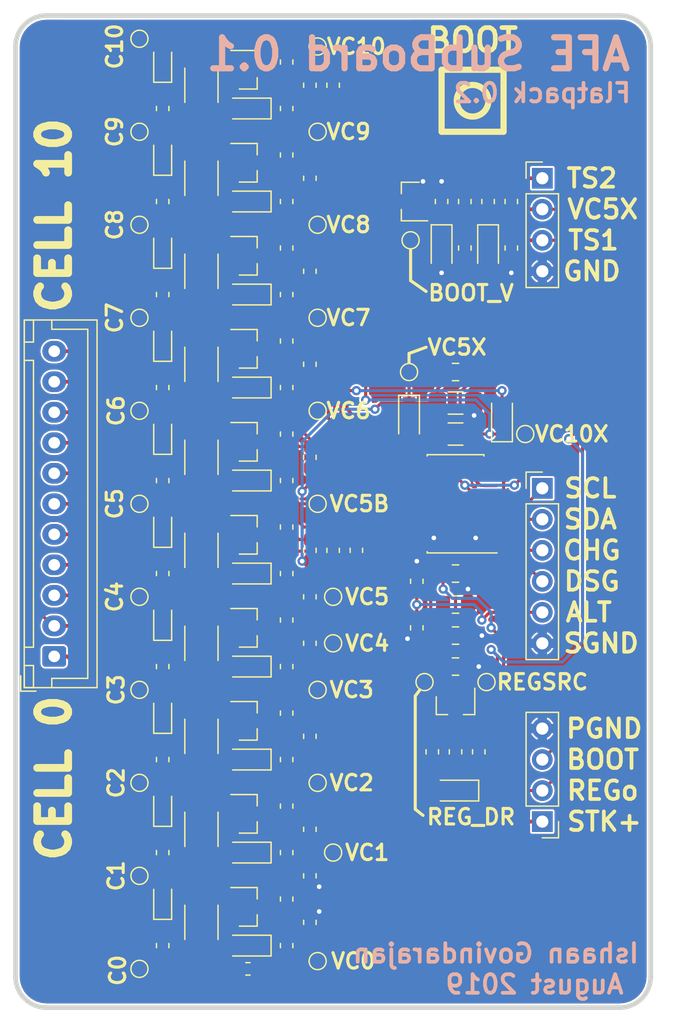
<source format=kicad_pcb>
(kicad_pcb (version 20171130) (host pcbnew "(5.1.2)-2")
  (layers (0 F.Cu signal) (31 B.Cu signal) (34 B.Paste user) (35 F.Paste user) (36 B.SilkS user) (37 F.SilkS user) (38 B.Mask user) (39 F.Mask user) (44 Edge.Cuts user))
  (net 0 "")
  (net 1 /VC9)
  (net 2 /VC10)
  (net 3 /VC8)
  (net 4 /VC7)
  (net 5 /VC6)
  (net 6 /VC4)
  (net 7 /VC5)
  (net 8 /VC3)
  (net 9 /VC2)
  (net 10 /VC1)
  (net 11 GND)
  (net 12 /VC0)
  (net 13 /VC5X)
  (net 14 /VC5B)
  (net 15 "Net-(C13-Pad1)")
  (net 16 /REGSRC)
  (net 17 /ALT)
  (net 18 "Net-(C16-Pad1)")
  (net 19 "Net-(C17-Pad1)")
  (net 20 /REGOUT)
  (net 21 /TS2)
  (net 22 /TS1)
  (net 23 /VC10X)
  (net 24 "Net-(D1-Pad2)")
  (net 25 "Net-(D1-Pad1)")
  (net 26 "Net-(D11-Pad2)")
  (net 27 "Net-(D2-Pad1)")
  (net 28 "Net-(D12-Pad2)")
  (net 29 "Net-(D3-Pad1)")
  (net 30 "Net-(D13-Pad2)")
  (net 31 "Net-(D4-Pad1)")
  (net 32 "Net-(D14-Pad2)")
  (net 33 "Net-(D5-Pad1)")
  (net 34 "Net-(D15-Pad2)")
  (net 35 "Net-(D6-Pad1)")
  (net 36 "Net-(D16-Pad2)")
  (net 37 "Net-(D7-Pad1)")
  (net 38 "Net-(D17-Pad2)")
  (net 39 "Net-(D8-Pad1)")
  (net 40 "Net-(D18-Pad2)")
  (net 41 "Net-(D9-Pad1)")
  (net 42 /BOOT_V)
  (net 43 "Net-(D10-Pad1)")
  (net 44 "Net-(D11-Pad1)")
  (net 45 "Net-(D12-Pad1)")
  (net 46 "Net-(D13-Pad1)")
  (net 47 "Net-(D14-Pad1)")
  (net 48 "Net-(D15-Pad1)")
  (net 49 "Net-(D16-Pad1)")
  (net 50 "Net-(D17-Pad1)")
  (net 51 "Net-(D18-Pad1)")
  (net 52 "Net-(D19-Pad1)")
  (net 53 "Net-(D20-Pad2)")
  (net 54 "Net-(D20-Pad1)")
  (net 55 /AFE_PWR)
  (net 56 "Net-(D21-Pad1)")
  (net 57 "Net-(D24-Pad1)")
  (net 58 "Net-(D25-Pad2)")
  (net 59 /USB_BOOT)
  (net 60 /DSG)
  (net 61 /CHG)
  (net 62 /SDA)
  (net 63 /SCL)
  (net 64 "Net-(Q1-Pad3)")
  (net 65 "Net-(Q2-Pad3)")
  (net 66 "Net-(Q3-Pad3)")
  (net 67 "Net-(Q4-Pad3)")
  (net 68 "Net-(Q5-Pad3)")
  (net 69 "Net-(Q6-Pad3)")
  (net 70 "Net-(Q7-Pad3)")
  (net 71 "Net-(Q8-Pad3)")
  (net 72 "Net-(Q9-Pad3)")
  (net 73 "Net-(Q10-Pad3)")
  (net 74 "Net-(Q11-Pad1)")
  (net 75 "Net-(R47-Pad1)")
  (module Package_SO:TSSOP-30_4.4x7.8mm_P0.5mm (layer F.Cu) (at 156.718 46.355 180)
    (fp_text reference U1 hide)
    (fp_text value BQ76930 hide)
    (pad 30 smd rect (at 2.85 -3.5 180) (size 1.1 0.285) (layers F.Cu F.Paste F.Mask) (net 17 /ALT))
    (pad 29 smd rect (at 2.85 -3 180) (size 1.1 0.285) (layers F.Cu F.Paste F.Mask) (net 11 GND))
    (pad 28 smd rect (at 2.85 -2.5 180) (size 1.1 0.285) (layers F.Cu F.Paste F.Mask) (net 11 GND))
    (pad 27 smd rect (at 2.85 -2 180) (size 1.1 0.285) (layers F.Cu F.Paste F.Mask) (net 12 /VC0))
    (pad 26 smd rect (at 2.85 -1.5 180) (size 1.1 0.285) (layers F.Cu F.Paste F.Mask) (net 10 /VC1))
    (pad 25 smd rect (at 2.85 -1 180) (size 1.1 0.285) (layers F.Cu F.Paste F.Mask) (net 9 /VC2))
    (pad 24 smd rect (at 2.85 -0.5 180) (size 1.1 0.285) (layers F.Cu F.Paste F.Mask) (net 8 /VC3))
    (pad 23 smd rect (at 2.85 0 180) (size 1.1 0.285) (layers F.Cu F.Paste F.Mask) (net 6 /VC4))
    (pad 22 smd rect (at 2.85 0.5 180) (size 1.1 0.285) (layers F.Cu F.Paste F.Mask) (net 7 /VC5))
    (pad 21 smd rect (at 2.85 1 180) (size 1.1 0.285) (layers F.Cu F.Paste F.Mask) (net 14 /VC5B))
    (pad 20 smd rect (at 2.85 1.5 180) (size 1.1 0.285) (layers F.Cu F.Paste F.Mask) (net 5 /VC6))
    (pad 19 smd rect (at 2.85 2 180) (size 1.1 0.285) (layers F.Cu F.Paste F.Mask) (net 4 /VC7))
    (pad 18 smd rect (at 2.85 2.5 180) (size 1.1 0.285) (layers F.Cu F.Paste F.Mask) (net 3 /VC8))
    (pad 17 smd rect (at 2.85 3 180) (size 1.1 0.285) (layers F.Cu F.Paste F.Mask) (net 1 /VC9))
    (pad 16 smd rect (at 2.85 3.5 180) (size 1.1 0.285) (layers F.Cu F.Paste F.Mask) (net 2 /VC10))
    (pad 15 smd rect (at -2.85 3.5 180) (size 1.1 0.285) (layers F.Cu F.Paste F.Mask) (net 23 /VC10X))
    (pad 14 smd rect (at -2.85 3 180) (size 1.1 0.285) (layers F.Cu F.Paste F.Mask) (net 18 "Net-(C16-Pad1)"))
    (pad 13 smd rect (at -2.85 2.5 180) (size 1.1 0.285) (layers F.Cu F.Paste F.Mask) (net 21 /TS2))
    (pad 12 smd rect (at -2.85 2 180) (size 1.1 0.285) (layers F.Cu F.Paste F.Mask) (net 18 "Net-(C16-Pad1)"))
    (pad 11 smd rect (at -2.85 1.5 180) (size 1.1 0.285) (layers F.Cu F.Paste F.Mask) (net 18 "Net-(C16-Pad1)"))
    (pad 10 smd rect (at -2.85 1 180) (size 1.1 0.285) (layers F.Cu F.Paste F.Mask) (net 13 /VC5X))
    (pad 9 smd rect (at -2.85 0.5 180) (size 1.1 0.285) (layers F.Cu F.Paste F.Mask) (net 16 /REGSRC))
    (pad 8 smd rect (at -2.85 0 180) (size 1.1 0.285) (layers F.Cu F.Paste F.Mask) (net 20 /REGOUT))
    (pad 7 smd rect (at -2.85 -0.5 180) (size 1.1 0.285) (layers F.Cu F.Paste F.Mask) (net 19 "Net-(C17-Pad1)"))
    (pad 6 smd rect (at -2.85 -1 180) (size 1.1 0.285) (layers F.Cu F.Paste F.Mask) (net 22 /TS1))
    (pad 5 smd rect (at -2.85 -1.5 180) (size 1.1 0.285) (layers F.Cu F.Paste F.Mask) (net 63 /SCL))
    (pad 4 smd rect (at -2.85 -2 180) (size 1.1 0.285) (layers F.Cu F.Paste F.Mask) (net 62 /SDA))
    (pad 3 smd rect (at -2.85 -2.5 180) (size 1.1 0.285) (layers F.Cu F.Paste F.Mask) (net 11 GND))
    (pad 2 smd rect (at -2.85 -3 180) (size 1.1 0.285) (layers F.Cu F.Paste F.Mask) (net 61 /CHG))
    (pad 1 smd rect (at -2.85 -3.5 180) (size 1.1 0.285) (layers F.Cu F.Paste F.Mask) (net 60 /DSG))
  )
  (module TestPoint:TestPoint_Pad_D1.0mm (layer F.Cu) (at 130.81 61.595)
    (fp_text reference TP11 hide)
    (fp_text value TestPoint_Probe hide)
    (pad 1 smd circle (at 0 0) (size 1 1) (layers F.Cu F.Mask) (net 38 "Net-(D17-Pad2)"))
  )
  (module TestPoint:TestPoint_Pad_D1.0mm (layer F.Cu) (at 130.81 53.975)
    (fp_text reference TP10 hide)
    (fp_text value TestPoint_Probe hide)
    (pad 1 smd circle (at 0 0) (size 1 1) (layers F.Cu F.Mask) (net 36 "Net-(D16-Pad2)"))
  )
  (module TestPoint:TestPoint_Pad_D1.0mm (layer F.Cu) (at 130.81 46.355)
    (fp_text reference TP9 hide)
    (fp_text value TestPoint_Probe hide)
    (pad 1 smd circle (at 0 0) (size 1 1) (layers F.Cu F.Mask) (net 34 "Net-(D15-Pad2)"))
  )
  (module TestPoint:TestPoint_Pad_D1.0mm (layer F.Cu) (at 130.81 38.735)
    (fp_text reference TP8 hide)
    (fp_text value TestPoint_Probe hide)
    (pad 1 smd circle (at 0 0) (size 1 1) (layers F.Cu F.Mask) (net 32 "Net-(D14-Pad2)"))
  )
  (module TestPoint:TestPoint_Pad_D1.0mm (layer F.Cu) (at 130.81 69.215)
    (fp_text reference TP7 hide)
    (fp_text value TestPoint_Probe hide)
    (pad 1 smd circle (at 0 0) (size 1 1) (layers F.Cu F.Mask) (net 40 "Net-(D18-Pad2)"))
  )
  (module TestPoint:TestPoint_Pad_D1.0mm (layer F.Cu) (at 130.81 31.115)
    (fp_text reference TP6 hide)
    (fp_text value TestPoint_Probe hide)
    (pad 1 smd circle (at 0 0) (size 1 1) (layers F.Cu F.Mask) (net 30 "Net-(D13-Pad2)"))
  )
  (module TestPoint:TestPoint_Pad_D1.0mm (layer F.Cu) (at 130.81 76.835)
    (fp_text reference TP5 hide)
    (fp_text value TestPoint_Probe hide)
    (pad 1 smd circle (at 0 0) (size 1 1) (layers F.Cu F.Mask) (net 42 /BOOT_V))
  )
  (module TestPoint:TestPoint_Pad_D1.0mm (layer F.Cu) (at 130.81 23.495)
    (fp_text reference TP4 hide)
    (fp_text value TestPoint_Probe hide)
    (pad 1 smd circle (at 0 0) (size 1 1) (layers F.Cu F.Mask) (net 28 "Net-(D12-Pad2)"))
  )
  (module TestPoint:TestPoint_Pad_D1.0mm (layer F.Cu) (at 130.81 84.455)
    (fp_text reference TP3 hide)
    (fp_text value TestPoint_Probe hide)
    (pad 1 smd circle (at 0 0) (size 1 1) (layers F.Cu F.Mask) (net 53 "Net-(D20-Pad2)"))
  )
  (module TestPoint:TestPoint_Pad_D1.0mm (layer F.Cu) (at 130.81 15.875)
    (fp_text reference TP2 hide)
    (fp_text value TestPoint_Probe hide)
    (pad 1 smd circle (at 0 0) (size 1 1) (layers F.Cu F.Mask) (net 26 "Net-(D11-Pad2)"))
  )
  (module TestPoint:TestPoint_Pad_D1.0mm (layer F.Cu) (at 130.81 8.255)
    (fp_text reference TP1 hide)
    (fp_text value TestPoint_Probe hide)
    (pad 1 smd circle (at 0 0) (size 1 1) (layers F.Cu F.Mask) (net 24 "Net-(D1-Pad2)"))
  )
  (module TestPoint:TestPoint_Pad_D1.0mm (layer F.Cu) (at 152.908 35.56)
    (fp_text reference TP28 hide)
    (fp_text value TestPoint_Probe hide)
    (pad 1 smd circle (at 0 0) (size 1 1) (layers F.Cu F.Mask) (net 13 /VC5X))
  )
  (module TestPoint:TestPoint_Pad_D1.0mm (layer F.Cu) (at 162.433 40.64)
    (fp_text reference TP27 hide)
    (fp_text value TestPoint_Probe hide)
    (pad 1 smd circle (at 0 0) (size 1 1) (layers F.Cu F.Mask) (net 23 /VC10X))
  )
  (module TestPoint:TestPoint_Pad_D1.0mm (layer F.Cu) (at 159.258 60.96 90)
    (fp_text reference TP26 hide)
    (fp_text value TestPoint_Probe hide)
    (pad 1 smd circle (at 0 0 90) (size 1 1) (layers F.Cu F.Mask) (net 16 /REGSRC))
  )
  (module TestPoint:TestPoint_Pad_D1.0mm (layer F.Cu) (at 153.035 24.765 270)
    (fp_text reference TP25 hide)
    (fp_text value TestPoint_Probe hide)
    (pad 1 smd circle (at 0 0 270) (size 1 1) (layers F.Cu F.Mask) (net 57 "Net-(D24-Pad1)"))
  )
  (module TestPoint:TestPoint_Pad_D1.0mm (layer F.Cu) (at 154.178 60.96 90)
    (fp_text reference TP24 hide)
    (fp_text value TestPoint_Probe hide)
    (pad 1 smd circle (at 0 0 90) (size 1 1) (layers F.Cu F.Mask) (net 15 "Net-(C13-Pad1)"))
  )
  (module TestPoint:TestPoint_Pad_D1.0mm (layer F.Cu) (at 145.415 46.355)
    (fp_text reference TP23 hide)
    (fp_text value TestPoint_Probe hide)
    (pad 1 smd circle (at 0 0) (size 1 1) (layers F.Cu F.Mask) (net 14 /VC5B))
  )
  (module TestPoint:TestPoint_Pad_D1.0mm (layer F.Cu) (at 145.415 83.82)
    (fp_text reference TP22 hide)
    (fp_text value TestPoint_Probe hide)
    (pad 1 smd circle (at 0 0) (size 1 1) (layers F.Cu F.Mask) (net 12 /VC0))
  )
  (module TestPoint:TestPoint_Pad_D1.0mm (layer F.Cu) (at 146.685 74.93)
    (fp_text reference TP21 hide)
    (fp_text value TestPoint_Probe hide)
    (pad 1 smd circle (at 0 0) (size 1 1) (layers F.Cu F.Mask) (net 10 /VC1))
  )
  (module TestPoint:TestPoint_Pad_D1.0mm (layer F.Cu) (at 145.415 69.215)
    (fp_text reference TP20 hide)
    (fp_text value TestPoint_Probe hide)
    (pad 1 smd circle (at 0 0) (size 1 1) (layers F.Cu F.Mask) (net 9 /VC2))
  )
  (module TestPoint:TestPoint_Pad_D1.0mm (layer F.Cu) (at 145.415 61.595)
    (fp_text reference TP19 hide)
    (fp_text value TestPoint_Probe hide)
    (pad 1 smd circle (at 0 0) (size 1 1) (layers F.Cu F.Mask) (net 8 /VC3))
  )
  (module TestPoint:TestPoint_Pad_D1.0mm (layer F.Cu) (at 146.685 57.785)
    (fp_text reference TP18 hide)
    (fp_text value TestPoint_Probe hide)
    (pad 1 smd circle (at 0 0) (size 1 1) (layers F.Cu F.Mask) (net 6 /VC4))
  )
  (module TestPoint:TestPoint_Pad_D1.0mm (layer F.Cu) (at 146.685 53.975)
    (fp_text reference TP17 hide)
    (fp_text value TestPoint_Probe hide)
    (pad 1 smd circle (at 0 0) (size 1 1) (layers F.Cu F.Mask) (net 7 /VC5))
  )
  (module TestPoint:TestPoint_Pad_D1.0mm (layer F.Cu) (at 145.415 38.735)
    (fp_text reference TP16 hide)
    (fp_text value TestPoint_Probe hide)
    (pad 1 smd circle (at 0 0) (size 1 1) (layers F.Cu F.Mask) (net 5 /VC6))
  )
  (module TestPoint:TestPoint_Pad_D1.0mm (layer F.Cu) (at 145.415 31.115)
    (fp_text reference TP15 hide)
    (fp_text value TestPoint_Probe hide)
    (pad 1 smd circle (at 0 0) (size 1 1) (layers F.Cu F.Mask) (net 4 /VC7))
  )
  (module TestPoint:TestPoint_Pad_D1.0mm (layer F.Cu) (at 145.415 23.495)
    (fp_text reference TP14 hide)
    (fp_text value TestPoint_Probe hide)
    (pad 1 smd circle (at 0 0) (size 1 1) (layers F.Cu F.Mask) (net 3 /VC8))
  )
  (module TestPoint:TestPoint_Pad_D1.0mm (layer F.Cu) (at 145.415 15.875)
    (fp_text reference TP13 hide)
    (fp_text value TestPoint_Probe hide)
    (pad 1 smd circle (at 0 0) (size 1 1) (layers F.Cu F.Mask) (net 1 /VC9))
  )
  (module TestPoint:TestPoint_Pad_D1.0mm (layer F.Cu) (at 145.415 8.89)
    (fp_text reference TP12 hide)
    (fp_text value TestPoint_Probe hide)
    (pad 1 smd circle (at 0 0) (size 1 1) (layers F.Cu F.Mask) (net 2 /VC10))
  )
  (module Button_Switch_SMD:SW_SPST_PTS641 (layer F.Cu) (at 158.115 13.335 180)
    (fp_text reference SW1 hide)
    (fp_text value SW_Push hide)
    (pad 2 smd roundrect (at 4.25 2.25 180) (size 2 1.25) (layers F.Cu F.Paste F.Mask) (roundrect_rratio 0.125) (net 42 /BOOT_V))
    (pad 2 smd roundrect (at -4.25 2.25 180) (size 2 1.25) (layers F.Cu F.Paste F.Mask) (roundrect_rratio 0.125) (net 42 /BOOT_V))
    (pad 1 smd roundrect (at 4.25 -2.25 180) (size 2 1.25) (layers F.Cu F.Paste F.Mask) (roundrect_rratio 0.125) (net 57 "Net-(D24-Pad1)"))
    (pad 1 smd roundrect (at -4.25 -2.25 180) (size 2 1.25) (layers F.Cu F.Paste F.Mask) (roundrect_rratio 0.125) (net 57 "Net-(D24-Pad1)"))
  )
  (module Resistor_SMD:R_0603_1608Metric_Pad1.05x0.95mm_HandSolder (layer F.Cu) (at 157.48 25.4 90)
    (fp_text reference R52 hide)
    (fp_text value 10K hide)
    (pad 2 smd roundrect (at 0.875 0 90) (size 1.05 0.95) (layers F.Cu F.Paste F.Mask) (net 57 "Net-(D24-Pad1)"))
    (pad 1 smd roundrect (at -0.875 0 90) (size 1.05 0.95) (layers F.Cu F.Paste F.Mask) (net 58 "Net-(D25-Pad2)"))
  )
  (module Resistor_SMD:R_0603_1608Metric_Pad1.05x0.95mm_HandSolder (layer F.Cu) (at 153.543 56.515 90)
    (fp_text reference R51 hide)
    (fp_text value 240K hide)
    (pad 2 smd roundrect (at 0.875 0 90) (size 1.05 0.95) (layers F.Cu F.Paste F.Mask) (net 17 /ALT))
    (pad 1 smd roundrect (at -0.875 0 90) (size 1.05 0.95) (layers F.Cu F.Paste F.Mask) (net 11 GND))
  )
  (module Resistor_SMD:R_0603_1608Metric_Pad1.05x0.95mm_HandSolder (layer F.Cu) (at 158.623 66.675 90)
    (fp_text reference R50 hide)
    (fp_text value 240K hide)
    (pad 2 smd roundrect (at 0.875 0 90) (size 1.05 0.95) (layers F.Cu F.Paste F.Mask) (net 74 "Net-(Q11-Pad1)"))
    (pad 1 smd roundrect (at -0.875 0 90) (size 1.05 0.95) (layers F.Cu F.Paste F.Mask) (net 13 /VC5X))
  )
  (module Resistor_SMD:R_0603_1608Metric_Pad1.05x0.95mm_HandSolder (layer F.Cu) (at 154.813 66.675 270)
    (fp_text reference R49 hide)
    (fp_text value 240K hide)
    (pad 2 smd roundrect (at 0.875 0 270) (size 1.05 0.95) (layers F.Cu F.Paste F.Mask) (net 55 /AFE_PWR))
    (pad 1 smd roundrect (at -0.875 0 270) (size 1.05 0.95) (layers F.Cu F.Paste F.Mask) (net 56 "Net-(D21-Pad1)"))
  )
  (module Resistor_SMD:R_0603_1608Metric_Pad1.05x0.95mm_HandSolder (layer F.Cu) (at 157.48 21.59 90)
    (fp_text reference R48 hide)
    (fp_text value 10K hide)
    (pad 2 smd roundrect (at 0.875 0 90) (size 1.05 0.95) (layers F.Cu F.Paste F.Mask) (net 75 "Net-(R47-Pad1)"))
    (pad 1 smd roundrect (at -0.875 0 90) (size 1.05 0.95) (layers F.Cu F.Paste F.Mask) (net 57 "Net-(D24-Pad1)"))
  )
  (module Resistor_SMD:R_0603_1608Metric_Pad1.05x0.95mm_HandSolder (layer F.Cu) (at 159.385 21.59 270)
    (fp_text reference R47 hide)
    (fp_text value 10K hide)
    (pad 2 smd roundrect (at 0.875 0 270) (size 1.05 0.95) (layers F.Cu F.Paste F.Mask) (net 59 /USB_BOOT))
    (pad 1 smd roundrect (at -0.875 0 270) (size 1.05 0.95) (layers F.Cu F.Paste F.Mask) (net 75 "Net-(R47-Pad1)"))
  )
  (module Resistor_SMD:R_0603_1608Metric_Pad1.05x0.95mm_HandSolder (layer F.Cu) (at 156.718 66.675 270)
    (fp_text reference R46 hide)
    (fp_text value 1K hide)
    (pad 2 smd roundrect (at 0.875 0 270) (size 1.05 0.95) (layers F.Cu F.Paste F.Mask) (net 56 "Net-(D21-Pad1)"))
    (pad 1 smd roundrect (at -0.875 0 270) (size 1.05 0.95) (layers F.Cu F.Paste F.Mask) (net 15 "Net-(C13-Pad1)"))
  )
  (module Resistor_SMD:R_0603_1608Metric_Pad1.05x0.95mm_HandSolder (layer F.Cu) (at 155.575 21.59 270)
    (fp_text reference R45 hide)
    (fp_text value 240K hide)
    (pad 2 smd roundrect (at 0.875 0 270) (size 1.05 0.95) (layers F.Cu F.Paste F.Mask) (net 20 /REGOUT))
    (pad 1 smd roundrect (at -0.875 0 270) (size 1.05 0.95) (layers F.Cu F.Paste F.Mask) (net 11 GND))
  )
  (module Resistor_SMD:R_0603_1608Metric_Pad1.05x0.95mm_HandSolder (layer F.Cu) (at 139.7 84.455 180)
    (fp_text reference R44 hide)
    (fp_text value 1K hide)
    (pad 2 smd roundrect (at 0.875 0 180) (size 1.05 0.95) (layers F.Cu F.Paste F.Mask) (net 53 "Net-(D20-Pad2)"))
    (pad 1 smd roundrect (at -0.875 0 180) (size 1.05 0.95) (layers F.Cu F.Paste F.Mask) (net 12 /VC0))
  )
  (module Resistor_SMD:R_0603_1608Metric_Pad1.05x0.95mm_HandSolder (layer F.Cu) (at 142.875 82.55 90)
    (fp_text reference R43 hide)
    (fp_text value 10K hide)
    (pad 2 smd roundrect (at 0.875 0 90) (size 1.05 0.95) (layers F.Cu F.Paste F.Mask) (net 54 "Net-(D20-Pad1)"))
    (pad 1 smd roundrect (at -0.875 0 90) (size 1.05 0.95) (layers F.Cu F.Paste F.Mask) (net 12 /VC0))
  )
  (module Resistor_SMD:R_0603_1608Metric_Pad1.05x0.95mm_HandSolder (layer F.Cu) (at 142.875 78.74 90)
    (fp_text reference R42 hide)
    (fp_text value 1K hide)
    (pad 2 smd roundrect (at 0.875 0 90) (size 1.05 0.95) (layers F.Cu F.Paste F.Mask) (net 42 /BOOT_V))
    (pad 1 smd roundrect (at -0.875 0 90) (size 1.05 0.95) (layers F.Cu F.Paste F.Mask) (net 10 /VC1))
  )
  (module Resistor_SMD:R_0603_1608Metric_Pad1.05x0.95mm_HandSolder (layer F.Cu) (at 142.875 74.93 90)
    (fp_text reference R41 hide)
    (fp_text value 10K hide)
    (pad 2 smd roundrect (at 0.875 0 90) (size 1.05 0.95) (layers F.Cu F.Paste F.Mask) (net 52 "Net-(D19-Pad1)"))
    (pad 1 smd roundrect (at -0.875 0 90) (size 1.05 0.95) (layers F.Cu F.Paste F.Mask) (net 10 /VC1))
  )
  (module Resistor_SMD:R_0603_1608Metric_Pad1.05x0.95mm_HandSolder (layer F.Cu) (at 142.875 71.12 90)
    (fp_text reference R40 hide)
    (fp_text value 1K hide)
    (pad 2 smd roundrect (at 0.875 0 90) (size 1.05 0.95) (layers F.Cu F.Paste F.Mask) (net 40 "Net-(D18-Pad2)"))
    (pad 1 smd roundrect (at -0.875 0 90) (size 1.05 0.95) (layers F.Cu F.Paste F.Mask) (net 9 /VC2))
  )
  (module Resistor_SMD:R_0603_1608Metric_Pad1.05x0.95mm_HandSolder (layer F.Cu) (at 142.875 67.31 90)
    (fp_text reference R39 hide)
    (fp_text value 10K hide)
    (pad 2 smd roundrect (at 0.875 0 90) (size 1.05 0.95) (layers F.Cu F.Paste F.Mask) (net 51 "Net-(D18-Pad1)"))
    (pad 1 smd roundrect (at -0.875 0 90) (size 1.05 0.95) (layers F.Cu F.Paste F.Mask) (net 9 /VC2))
  )
  (module Resistor_SMD:R_0603_1608Metric_Pad1.05x0.95mm_HandSolder (layer F.Cu) (at 142.875 63.5 90)
    (fp_text reference R38 hide)
    (fp_text value 1K hide)
    (pad 2 smd roundrect (at 0.875 0 90) (size 1.05 0.95) (layers F.Cu F.Paste F.Mask) (net 38 "Net-(D17-Pad2)"))
    (pad 1 smd roundrect (at -0.875 0 90) (size 1.05 0.95) (layers F.Cu F.Paste F.Mask) (net 8 /VC3))
  )
  (module Resistor_SMD:R_0603_1608Metric_Pad1.05x0.95mm_HandSolder (layer F.Cu) (at 142.875 59.69 90)
    (fp_text reference R37 hide)
    (fp_text value 10K hide)
    (pad 2 smd roundrect (at 0.875 0 90) (size 1.05 0.95) (layers F.Cu F.Paste F.Mask) (net 50 "Net-(D17-Pad1)"))
    (pad 1 smd roundrect (at -0.875 0 90) (size 1.05 0.95) (layers F.Cu F.Paste F.Mask) (net 8 /VC3))
  )
  (module Resistor_SMD:R_0603_1608Metric_Pad1.05x0.95mm_HandSolder (layer F.Cu) (at 142.875 55.88 90)
    (fp_text reference R36 hide)
    (fp_text value 1K hide)
    (pad 2 smd roundrect (at 0.875 0 90) (size 1.05 0.95) (layers F.Cu F.Paste F.Mask) (net 36 "Net-(D16-Pad2)"))
    (pad 1 smd roundrect (at -0.875 0 90) (size 1.05 0.95) (layers F.Cu F.Paste F.Mask) (net 6 /VC4))
  )
  (module Resistor_SMD:R_0603_1608Metric_Pad1.05x0.95mm_HandSolder (layer F.Cu) (at 142.875 52.07 90)
    (fp_text reference R35 hide)
    (fp_text value 10K hide)
    (pad 2 smd roundrect (at 0.875 0 90) (size 1.05 0.95) (layers F.Cu F.Paste F.Mask) (net 49 "Net-(D16-Pad1)"))
    (pad 1 smd roundrect (at -0.875 0 90) (size 1.05 0.95) (layers F.Cu F.Paste F.Mask) (net 6 /VC4))
  )
  (module Resistor_SMD:R_0603_1608Metric_Pad1.05x0.95mm_HandSolder (layer F.Cu) (at 148.59 50.165 90)
    (fp_text reference R34 hide)
    (fp_text value 1K hide)
    (pad 2 smd roundrect (at 0.875 0 90) (size 1.05 0.95) (layers F.Cu F.Paste F.Mask) (net 34 "Net-(D15-Pad2)"))
    (pad 1 smd roundrect (at -0.875 0 90) (size 1.05 0.95) (layers F.Cu F.Paste F.Mask) (net 7 /VC5))
  )
  (module Resistor_SMD:R_0603_1608Metric_Pad1.05x0.95mm_HandSolder (layer F.Cu) (at 146.685 50.165 90)
    (fp_text reference R33 hide)
    (fp_text value 1K hide)
    (pad 2 smd roundrect (at 0.875 0 90) (size 1.05 0.95) (layers F.Cu F.Paste F.Mask) (net 34 "Net-(D15-Pad2)"))
    (pad 1 smd roundrect (at -0.875 0 90) (size 1.05 0.95) (layers F.Cu F.Paste F.Mask) (net 13 /VC5X))
  )
  (module Resistor_SMD:R_0603_1608Metric_Pad1.05x0.95mm_HandSolder (layer F.Cu) (at 142.875 48.26 90)
    (fp_text reference R32 hide)
    (fp_text value 1K hide)
    (pad 2 smd roundrect (at 0.875 0 90) (size 1.05 0.95) (layers F.Cu F.Paste F.Mask) (net 34 "Net-(D15-Pad2)"))
    (pad 1 smd roundrect (at -0.875 0 90) (size 1.05 0.95) (layers F.Cu F.Paste F.Mask) (net 14 /VC5B))
  )
  (module Resistor_SMD:R_0603_1608Metric_Pad1.05x0.95mm_HandSolder (layer F.Cu) (at 142.875 44.45 90)
    (fp_text reference R31 hide)
    (fp_text value 10K hide)
    (pad 2 smd roundrect (at 0.875 0 90) (size 1.05 0.95) (layers F.Cu F.Paste F.Mask) (net 48 "Net-(D15-Pad1)"))
    (pad 1 smd roundrect (at -0.875 0 90) (size 1.05 0.95) (layers F.Cu F.Paste F.Mask) (net 14 /VC5B))
  )
  (module Resistor_SMD:R_0603_1608Metric_Pad1.05x0.95mm_HandSolder (layer F.Cu) (at 142.875 40.64 90)
    (fp_text reference R30 hide)
    (fp_text value 1K hide)
    (pad 2 smd roundrect (at 0.875 0 90) (size 1.05 0.95) (layers F.Cu F.Paste F.Mask) (net 32 "Net-(D14-Pad2)"))
    (pad 1 smd roundrect (at -0.875 0 90) (size 1.05 0.95) (layers F.Cu F.Paste F.Mask) (net 5 /VC6))
  )
  (module Resistor_SMD:R_0603_1608Metric_Pad1.05x0.95mm_HandSolder (layer F.Cu) (at 142.875 36.83 90)
    (fp_text reference R29 hide)
    (fp_text value 10K hide)
    (pad 2 smd roundrect (at 0.875 0 90) (size 1.05 0.95) (layers F.Cu F.Paste F.Mask) (net 47 "Net-(D14-Pad1)"))
    (pad 1 smd roundrect (at -0.875 0 90) (size 1.05 0.95) (layers F.Cu F.Paste F.Mask) (net 5 /VC6))
  )
  (module Resistor_SMD:R_0603_1608Metric_Pad1.05x0.95mm_HandSolder (layer F.Cu) (at 142.875 33.02 90)
    (fp_text reference R28 hide)
    (fp_text value 1K hide)
    (pad 2 smd roundrect (at 0.875 0 90) (size 1.05 0.95) (layers F.Cu F.Paste F.Mask) (net 30 "Net-(D13-Pad2)"))
    (pad 1 smd roundrect (at -0.875 0 90) (size 1.05 0.95) (layers F.Cu F.Paste F.Mask) (net 4 /VC7))
  )
  (module Resistor_SMD:R_0603_1608Metric_Pad1.05x0.95mm_HandSolder (layer F.Cu) (at 142.875 29.21 90)
    (fp_text reference R27 hide)
    (fp_text value 10K hide)
    (pad 2 smd roundrect (at 0.875 0 90) (size 1.05 0.95) (layers F.Cu F.Paste F.Mask) (net 46 "Net-(D13-Pad1)"))
    (pad 1 smd roundrect (at -0.875 0 90) (size 1.05 0.95) (layers F.Cu F.Paste F.Mask) (net 4 /VC7))
  )
  (module Resistor_SMD:R_0603_1608Metric_Pad1.05x0.95mm_HandSolder (layer F.Cu) (at 142.875 25.4 90)
    (fp_text reference R26 hide)
    (fp_text value 1K hide)
    (pad 2 smd roundrect (at 0.875 0 90) (size 1.05 0.95) (layers F.Cu F.Paste F.Mask) (net 28 "Net-(D12-Pad2)"))
    (pad 1 smd roundrect (at -0.875 0 90) (size 1.05 0.95) (layers F.Cu F.Paste F.Mask) (net 3 /VC8))
  )
  (module Resistor_SMD:R_0603_1608Metric_Pad1.05x0.95mm_HandSolder (layer F.Cu) (at 142.875 21.59 90)
    (fp_text reference R25 hide)
    (fp_text value 10K hide)
    (pad 2 smd roundrect (at 0.875 0 90) (size 1.05 0.95) (layers F.Cu F.Paste F.Mask) (net 45 "Net-(D12-Pad1)"))
    (pad 1 smd roundrect (at -0.875 0 90) (size 1.05 0.95) (layers F.Cu F.Paste F.Mask) (net 3 /VC8))
  )
  (module Resistor_SMD:R_0603_1608Metric_Pad1.05x0.95mm_HandSolder (layer F.Cu) (at 142.875 17.78 90)
    (fp_text reference R24 hide)
    (fp_text value 1K hide)
    (pad 2 smd roundrect (at 0.875 0 90) (size 1.05 0.95) (layers F.Cu F.Paste F.Mask) (net 26 "Net-(D11-Pad2)"))
    (pad 1 smd roundrect (at -0.875 0 90) (size 1.05 0.95) (layers F.Cu F.Paste F.Mask) (net 1 /VC9))
  )
  (module Resistor_SMD:R_0603_1608Metric_Pad1.05x0.95mm_HandSolder (layer F.Cu) (at 142.875 13.97 90)
    (fp_text reference R23 hide)
    (fp_text value 10K hide)
    (pad 2 smd roundrect (at 0.875 0 90) (size 1.05 0.95) (layers F.Cu F.Paste F.Mask) (net 44 "Net-(D11-Pad1)"))
    (pad 1 smd roundrect (at -0.875 0 90) (size 1.05 0.95) (layers F.Cu F.Paste F.Mask) (net 1 /VC9))
  )
  (module Resistor_SMD:R_0603_1608Metric_Pad1.05x0.95mm_HandSolder (layer F.Cu) (at 142.875 10.16 90)
    (fp_text reference R22 hide)
    (fp_text value 1K hide)
    (pad 2 smd roundrect (at 0.875 0 90) (size 1.05 0.95) (layers F.Cu F.Paste F.Mask) (net 24 "Net-(D1-Pad2)"))
    (pad 1 smd roundrect (at -0.875 0 90) (size 1.05 0.95) (layers F.Cu F.Paste F.Mask) (net 2 /VC10))
  )
  (module Resistor_SMD:R_0603_1608Metric_Pad1.05x0.95mm_HandSolder (layer F.Cu) (at 146.685 12.065 90)
    (fp_text reference R21 hide)
    (fp_text value 1K hide)
    (pad 2 smd roundrect (at 0.875 0 90) (size 1.05 0.95) (layers F.Cu F.Paste F.Mask) (net 24 "Net-(D1-Pad2)"))
    (pad 1 smd roundrect (at -0.875 0 90) (size 1.05 0.95) (layers F.Cu F.Paste F.Mask) (net 23 /VC10X))
  )
  (module Resistor_SMD:R_2010_5025Metric_Pad1.52x2.65mm_HandSolder (layer F.Cu) (at 135.89 80.645 90)
    (fp_text reference R20 hide)
    (fp_text value 36R hide)
    (pad 2 smd roundrect (at 2.3375 0 90) (size 1.525 2.65) (layers F.Cu F.Paste F.Mask) (roundrect_rratio 0.163934) (net 42 /BOOT_V))
    (pad 1 smd roundrect (at -2.3375 0 90) (size 1.525 2.65) (layers F.Cu F.Paste F.Mask) (roundrect_rratio 0.163934) (net 73 "Net-(Q10-Pad3)"))
  )
  (module Resistor_SMD:R_2010_5025Metric_Pad1.52x2.65mm_HandSolder (layer F.Cu) (at 135.89 73.025 90)
    (fp_text reference R19 hide)
    (fp_text value 36R hide)
    (pad 2 smd roundrect (at 2.3375 0 90) (size 1.525 2.65) (layers F.Cu F.Paste F.Mask) (roundrect_rratio 0.163934) (net 40 "Net-(D18-Pad2)"))
    (pad 1 smd roundrect (at -2.3375 0 90) (size 1.525 2.65) (layers F.Cu F.Paste F.Mask) (roundrect_rratio 0.163934) (net 72 "Net-(Q9-Pad3)"))
  )
  (module Resistor_SMD:R_2010_5025Metric_Pad1.52x2.65mm_HandSolder (layer F.Cu) (at 135.89 65.405 90)
    (fp_text reference R18 hide)
    (fp_text value 36R hide)
    (pad 2 smd roundrect (at 2.3375 0 90) (size 1.525 2.65) (layers F.Cu F.Paste F.Mask) (roundrect_rratio 0.163934) (net 38 "Net-(D17-Pad2)"))
    (pad 1 smd roundrect (at -2.3375 0 90) (size 1.525 2.65) (layers F.Cu F.Paste F.Mask) (roundrect_rratio 0.163934) (net 71 "Net-(Q8-Pad3)"))
  )
  (module Resistor_SMD:R_2010_5025Metric_Pad1.52x2.65mm_HandSolder (layer F.Cu) (at 135.89 57.785 90)
    (fp_text reference R17 hide)
    (fp_text value 36R hide)
    (pad 2 smd roundrect (at 2.3375 0 90) (size 1.525 2.65) (layers F.Cu F.Paste F.Mask) (roundrect_rratio 0.163934) (net 36 "Net-(D16-Pad2)"))
    (pad 1 smd roundrect (at -2.3375 0 90) (size 1.525 2.65) (layers F.Cu F.Paste F.Mask) (roundrect_rratio 0.163934) (net 70 "Net-(Q7-Pad3)"))
  )
  (module Resistor_SMD:R_2010_5025Metric_Pad1.52x2.65mm_HandSolder (layer F.Cu) (at 135.89 50.165 90)
    (fp_text reference R16 hide)
    (fp_text value 36R hide)
    (pad 2 smd roundrect (at 2.3375 0 90) (size 1.525 2.65) (layers F.Cu F.Paste F.Mask) (roundrect_rratio 0.163934) (net 34 "Net-(D15-Pad2)"))
    (pad 1 smd roundrect (at -2.3375 0 90) (size 1.525 2.65) (layers F.Cu F.Paste F.Mask) (roundrect_rratio 0.163934) (net 69 "Net-(Q6-Pad3)"))
  )
  (module Resistor_SMD:R_2010_5025Metric_Pad1.52x2.65mm_HandSolder (layer F.Cu) (at 135.89 42.545 90)
    (fp_text reference R15 hide)
    (fp_text value 36R hide)
    (pad 2 smd roundrect (at 2.3375 0 90) (size 1.525 2.65) (layers F.Cu F.Paste F.Mask) (roundrect_rratio 0.163934) (net 32 "Net-(D14-Pad2)"))
    (pad 1 smd roundrect (at -2.3375 0 90) (size 1.525 2.65) (layers F.Cu F.Paste F.Mask) (roundrect_rratio 0.163934) (net 68 "Net-(Q5-Pad3)"))
  )
  (module Resistor_SMD:R_2010_5025Metric_Pad1.52x2.65mm_HandSolder (layer F.Cu) (at 135.89 34.925 90)
    (fp_text reference R14 hide)
    (fp_text value 36R hide)
    (pad 2 smd roundrect (at 2.3375 0 90) (size 1.525 2.65) (layers F.Cu F.Paste F.Mask) (roundrect_rratio 0.163934) (net 30 "Net-(D13-Pad2)"))
    (pad 1 smd roundrect (at -2.3375 0 90) (size 1.525 2.65) (layers F.Cu F.Paste F.Mask) (roundrect_rratio 0.163934) (net 67 "Net-(Q4-Pad3)"))
  )
  (module Resistor_SMD:R_2010_5025Metric_Pad1.52x2.65mm_HandSolder (layer F.Cu) (at 135.89 27.305 90)
    (fp_text reference R13 hide)
    (fp_text value 36R hide)
    (pad 2 smd roundrect (at 2.3375 0 90) (size 1.525 2.65) (layers F.Cu F.Paste F.Mask) (roundrect_rratio 0.163934) (net 28 "Net-(D12-Pad2)"))
    (pad 1 smd roundrect (at -2.3375 0 90) (size 1.525 2.65) (layers F.Cu F.Paste F.Mask) (roundrect_rratio 0.163934) (net 66 "Net-(Q3-Pad3)"))
  )
  (module Resistor_SMD:R_2010_5025Metric_Pad1.52x2.65mm_HandSolder (layer F.Cu) (at 135.89 19.685 90)
    (fp_text reference R12 hide)
    (fp_text value 36R hide)
    (pad 2 smd roundrect (at 2.3375 0 90) (size 1.525 2.65) (layers F.Cu F.Paste F.Mask) (roundrect_rratio 0.163934) (net 26 "Net-(D11-Pad2)"))
    (pad 1 smd roundrect (at -2.3375 0 90) (size 1.525 2.65) (layers F.Cu F.Paste F.Mask) (roundrect_rratio 0.163934) (net 65 "Net-(Q2-Pad3)"))
  )
  (module Resistor_SMD:R_2010_5025Metric_Pad1.52x2.65mm_HandSolder (layer F.Cu) (at 135.89 12.065 90)
    (fp_text reference R11 hide)
    (fp_text value 36R hide)
    (pad 2 smd roundrect (at 2.3375 0 90) (size 1.525 2.65) (layers F.Cu F.Paste F.Mask) (roundrect_rratio 0.163934) (net 24 "Net-(D1-Pad2)"))
    (pad 1 smd roundrect (at -2.3375 0 90) (size 1.525 2.65) (layers F.Cu F.Paste F.Mask) (roundrect_rratio 0.163934) (net 64 "Net-(Q1-Pad3)"))
  )
  (module Resistor_SMD:R_0603_1608Metric_Pad1.05x0.95mm_HandSolder (layer F.Cu) (at 132.715 82.55 90)
    (fp_text reference R10 hide)
    (fp_text value 390R hide)
    (pad 2 smd roundrect (at 0.875 0 90) (size 1.05 0.95) (layers F.Cu F.Paste F.Mask) (net 43 "Net-(D10-Pad1)"))
    (pad 1 smd roundrect (at -0.875 0 90) (size 1.05 0.95) (layers F.Cu F.Paste F.Mask) (net 73 "Net-(Q10-Pad3)"))
  )
  (module Resistor_SMD:R_0603_1608Metric_Pad1.05x0.95mm_HandSolder (layer F.Cu) (at 132.715 74.93 90)
    (fp_text reference R9 hide)
    (fp_text value 390R hide)
    (pad 2 smd roundrect (at 0.875 0 90) (size 1.05 0.95) (layers F.Cu F.Paste F.Mask) (net 41 "Net-(D9-Pad1)"))
    (pad 1 smd roundrect (at -0.875 0 90) (size 1.05 0.95) (layers F.Cu F.Paste F.Mask) (net 72 "Net-(Q9-Pad3)"))
  )
  (module Resistor_SMD:R_0603_1608Metric_Pad1.05x0.95mm_HandSolder (layer F.Cu) (at 132.715 67.31 90)
    (fp_text reference R8 hide)
    (fp_text value 390R hide)
    (pad 2 smd roundrect (at 0.875 0 90) (size 1.05 0.95) (layers F.Cu F.Paste F.Mask) (net 39 "Net-(D8-Pad1)"))
    (pad 1 smd roundrect (at -0.875 0 90) (size 1.05 0.95) (layers F.Cu F.Paste F.Mask) (net 71 "Net-(Q8-Pad3)"))
  )
  (module Resistor_SMD:R_0603_1608Metric_Pad1.05x0.95mm_HandSolder (layer F.Cu) (at 132.715 59.69 90)
    (fp_text reference R7 hide)
    (fp_text value 390R hide)
    (pad 2 smd roundrect (at 0.875 0 90) (size 1.05 0.95) (layers F.Cu F.Paste F.Mask) (net 37 "Net-(D7-Pad1)"))
    (pad 1 smd roundrect (at -0.875 0 90) (size 1.05 0.95) (layers F.Cu F.Paste F.Mask) (net 70 "Net-(Q7-Pad3)"))
  )
  (module Resistor_SMD:R_0603_1608Metric_Pad1.05x0.95mm_HandSolder (layer F.Cu) (at 132.715 52.07 90)
    (fp_text reference R6 hide)
    (fp_text value 390R hide)
    (pad 2 smd roundrect (at 0.875 0 90) (size 1.05 0.95) (layers F.Cu F.Paste F.Mask) (net 35 "Net-(D6-Pad1)"))
    (pad 1 smd roundrect (at -0.875 0 90) (size 1.05 0.95) (layers F.Cu F.Paste F.Mask) (net 69 "Net-(Q6-Pad3)"))
  )
  (module Resistor_SMD:R_0603_1608Metric_Pad1.05x0.95mm_HandSolder (layer F.Cu) (at 132.715 44.45 90)
    (fp_text reference R5 hide)
    (fp_text value 390R hide)
    (pad 2 smd roundrect (at 0.875 0 90) (size 1.05 0.95) (layers F.Cu F.Paste F.Mask) (net 33 "Net-(D5-Pad1)"))
    (pad 1 smd roundrect (at -0.875 0 90) (size 1.05 0.95) (layers F.Cu F.Paste F.Mask) (net 68 "Net-(Q5-Pad3)"))
  )
  (module Resistor_SMD:R_0603_1608Metric_Pad1.05x0.95mm_HandSolder (layer F.Cu) (at 132.715 36.83 90)
    (fp_text reference R4 hide)
    (fp_text value 390R hide)
    (pad 2 smd roundrect (at 0.875 0 90) (size 1.05 0.95) (layers F.Cu F.Paste F.Mask) (net 31 "Net-(D4-Pad1)"))
    (pad 1 smd roundrect (at -0.875 0 90) (size 1.05 0.95) (layers F.Cu F.Paste F.Mask) (net 67 "Net-(Q4-Pad3)"))
  )
  (module Resistor_SMD:R_0603_1608Metric_Pad1.05x0.95mm_HandSolder (layer F.Cu) (at 132.715 29.21 90)
    (fp_text reference R3 hide)
    (fp_text value 390R hide)
    (pad 2 smd roundrect (at 0.875 0 90) (size 1.05 0.95) (layers F.Cu F.Paste F.Mask) (net 29 "Net-(D3-Pad1)"))
    (pad 1 smd roundrect (at -0.875 0 90) (size 1.05 0.95) (layers F.Cu F.Paste F.Mask) (net 66 "Net-(Q3-Pad3)"))
  )
  (module Resistor_SMD:R_0603_1608Metric_Pad1.05x0.95mm_HandSolder (layer F.Cu) (at 132.715 21.59 90)
    (fp_text reference R2 hide)
    (fp_text value 390R hide)
    (pad 2 smd roundrect (at 0.875 0 90) (size 1.05 0.95) (layers F.Cu F.Paste F.Mask) (net 27 "Net-(D2-Pad1)"))
    (pad 1 smd roundrect (at -0.875 0 90) (size 1.05 0.95) (layers F.Cu F.Paste F.Mask) (net 65 "Net-(Q2-Pad3)"))
  )
  (module Resistor_SMD:R_0603_1608Metric_Pad1.05x0.95mm_HandSolder (layer F.Cu) (at 132.715 13.97 90)
    (fp_text reference R1 hide)
    (fp_text value 390R hide)
    (pad 2 smd roundrect (at 0.875 0 90) (size 1.05 0.95) (layers F.Cu F.Paste F.Mask) (net 25 "Net-(D1-Pad1)"))
    (pad 1 smd roundrect (at -0.875 0 90) (size 1.05 0.95) (layers F.Cu F.Paste F.Mask) (net 64 "Net-(Q1-Pad3)"))
  )
  (module Package_TO_SOT_SMD:SOT-23 (layer F.Cu) (at 153.035 21.59 180)
    (fp_text reference Q12 hide)
    (fp_text value RUC002N05HZGT116 hide)
    (pad 3 smd rect (at 1 0 180) (size 0.9 0.8) (layers F.Cu F.Paste F.Mask) (net 57 "Net-(D24-Pad1)"))
    (pad 2 smd rect (at -1 0.95 180) (size 0.9 0.8) (layers F.Cu F.Paste F.Mask) (net 11 GND))
    (pad 1 smd rect (at -1 -0.95 180) (size 0.9 0.8) (layers F.Cu F.Paste F.Mask) (net 20 /REGOUT))
  )
  (module Package_TO_SOT_SMD:SOT-23 (layer F.Cu) (at 156.718 62.865 270)
    (fp_text reference Q11 hide)
    (fp_text value RUC002N05HZGT116 hide)
    (pad 3 smd rect (at 1 0 270) (size 0.9 0.8) (layers F.Cu F.Paste F.Mask) (net 15 "Net-(C13-Pad1)"))
    (pad 2 smd rect (at -1 0.95 270) (size 0.9 0.8) (layers F.Cu F.Paste F.Mask) (net 16 /REGSRC))
    (pad 1 smd rect (at -1 -0.95 270) (size 0.9 0.8) (layers F.Cu F.Paste F.Mask) (net 74 "Net-(Q11-Pad1)"))
  )
  (module Package_TO_SOT_SMD:SOT-23 (layer F.Cu) (at 139.7 79.375)
    (fp_text reference Q10 hide)
    (fp_text value RUC002N05HZGT116 hide)
    (pad 3 smd rect (at 1 0) (size 0.9 0.8) (layers F.Cu F.Paste F.Mask) (net 73 "Net-(Q10-Pad3)"))
    (pad 2 smd rect (at -1 0.95) (size 0.9 0.8) (layers F.Cu F.Paste F.Mask) (net 53 "Net-(D20-Pad2)"))
    (pad 1 smd rect (at -1 -0.95) (size 0.9 0.8) (layers F.Cu F.Paste F.Mask) (net 54 "Net-(D20-Pad1)"))
  )
  (module Package_TO_SOT_SMD:SOT-23 (layer F.Cu) (at 139.7 71.755)
    (fp_text reference Q9 hide)
    (fp_text value RUC002N05HZGT116 hide)
    (pad 3 smd rect (at 1 0) (size 0.9 0.8) (layers F.Cu F.Paste F.Mask) (net 72 "Net-(Q9-Pad3)"))
    (pad 2 smd rect (at -1 0.95) (size 0.9 0.8) (layers F.Cu F.Paste F.Mask) (net 42 /BOOT_V))
    (pad 1 smd rect (at -1 -0.95) (size 0.9 0.8) (layers F.Cu F.Paste F.Mask) (net 52 "Net-(D19-Pad1)"))
  )
  (module Package_TO_SOT_SMD:SOT-23 (layer F.Cu) (at 139.7 64.135)
    (fp_text reference Q8 hide)
    (fp_text value RUC002N05HZGT116 hide)
    (pad 3 smd rect (at 1 0) (size 0.9 0.8) (layers F.Cu F.Paste F.Mask) (net 71 "Net-(Q8-Pad3)"))
    (pad 2 smd rect (at -1 0.95) (size 0.9 0.8) (layers F.Cu F.Paste F.Mask) (net 40 "Net-(D18-Pad2)"))
    (pad 1 smd rect (at -1 -0.95) (size 0.9 0.8) (layers F.Cu F.Paste F.Mask) (net 51 "Net-(D18-Pad1)"))
  )
  (module Package_TO_SOT_SMD:SOT-23 (layer F.Cu) (at 139.7 56.515)
    (fp_text reference Q7 hide)
    (fp_text value RUC002N05HZGT116 hide)
    (pad 3 smd rect (at 1 0) (size 0.9 0.8) (layers F.Cu F.Paste F.Mask) (net 70 "Net-(Q7-Pad3)"))
    (pad 2 smd rect (at -1 0.95) (size 0.9 0.8) (layers F.Cu F.Paste F.Mask) (net 38 "Net-(D17-Pad2)"))
    (pad 1 smd rect (at -1 -0.95) (size 0.9 0.8) (layers F.Cu F.Paste F.Mask) (net 50 "Net-(D17-Pad1)"))
  )
  (module Package_TO_SOT_SMD:SOT-23 (layer F.Cu) (at 139.7 48.895)
    (fp_text reference Q6 hide)
    (fp_text value RUC002N05HZGT116 hide)
    (pad 3 smd rect (at 1 0) (size 0.9 0.8) (layers F.Cu F.Paste F.Mask) (net 69 "Net-(Q6-Pad3)"))
    (pad 2 smd rect (at -1 0.95) (size 0.9 0.8) (layers F.Cu F.Paste F.Mask) (net 36 "Net-(D16-Pad2)"))
    (pad 1 smd rect (at -1 -0.95) (size 0.9 0.8) (layers F.Cu F.Paste F.Mask) (net 49 "Net-(D16-Pad1)"))
  )
  (module Package_TO_SOT_SMD:SOT-23 (layer F.Cu) (at 139.7 41.275)
    (fp_text reference Q5 hide)
    (fp_text value RUC002N05HZGT116 hide)
    (pad 3 smd rect (at 1 0) (size 0.9 0.8) (layers F.Cu F.Paste F.Mask) (net 68 "Net-(Q5-Pad3)"))
    (pad 2 smd rect (at -1 0.95) (size 0.9 0.8) (layers F.Cu F.Paste F.Mask) (net 34 "Net-(D15-Pad2)"))
    (pad 1 smd rect (at -1 -0.95) (size 0.9 0.8) (layers F.Cu F.Paste F.Mask) (net 48 "Net-(D15-Pad1)"))
  )
  (module Package_TO_SOT_SMD:SOT-23 (layer F.Cu) (at 139.7 33.655)
    (fp_text reference Q4 hide)
    (fp_text value RUC002N05HZGT116 hide)
    (pad 3 smd rect (at 1 0) (size 0.9 0.8) (layers F.Cu F.Paste F.Mask) (net 67 "Net-(Q4-Pad3)"))
    (pad 2 smd rect (at -1 0.95) (size 0.9 0.8) (layers F.Cu F.Paste F.Mask) (net 32 "Net-(D14-Pad2)"))
    (pad 1 smd rect (at -1 -0.95) (size 0.9 0.8) (layers F.Cu F.Paste F.Mask) (net 47 "Net-(D14-Pad1)"))
  )
  (module Package_TO_SOT_SMD:SOT-23 (layer F.Cu) (at 139.7 26.035)
    (fp_text reference Q3 hide)
    (fp_text value RUC002N05HZGT116 hide)
    (pad 3 smd rect (at 1 0) (size 0.9 0.8) (layers F.Cu F.Paste F.Mask) (net 66 "Net-(Q3-Pad3)"))
    (pad 2 smd rect (at -1 0.95) (size 0.9 0.8) (layers F.Cu F.Paste F.Mask) (net 30 "Net-(D13-Pad2)"))
    (pad 1 smd rect (at -1 -0.95) (size 0.9 0.8) (layers F.Cu F.Paste F.Mask) (net 46 "Net-(D13-Pad1)"))
  )
  (module Package_TO_SOT_SMD:SOT-23 (layer F.Cu) (at 139.7 18.415)
    (fp_text reference Q2 hide)
    (fp_text value RUC002N05HZGT116 hide)
    (pad 3 smd rect (at 1 0) (size 0.9 0.8) (layers F.Cu F.Paste F.Mask) (net 65 "Net-(Q2-Pad3)"))
    (pad 2 smd rect (at -1 0.95) (size 0.9 0.8) (layers F.Cu F.Paste F.Mask) (net 28 "Net-(D12-Pad2)"))
    (pad 1 smd rect (at -1 -0.95) (size 0.9 0.8) (layers F.Cu F.Paste F.Mask) (net 45 "Net-(D12-Pad1)"))
  )
  (module Package_TO_SOT_SMD:SOT-23 (layer F.Cu) (at 139.7 10.795)
    (fp_text reference Q1 hide)
    (fp_text value RUC002N05HZGT116 hide)
    (pad 3 smd rect (at 1 0) (size 0.9 0.8) (layers F.Cu F.Paste F.Mask) (net 64 "Net-(Q1-Pad3)"))
    (pad 2 smd rect (at -1 0.95) (size 0.9 0.8) (layers F.Cu F.Paste F.Mask) (net 26 "Net-(D11-Pad2)"))
    (pad 1 smd rect (at -1 -0.95) (size 0.9 0.8) (layers F.Cu F.Paste F.Mask) (net 44 "Net-(D11-Pad1)"))
  )
  (module Connector_PinHeader_2.54mm:PinHeader_1x04_P2.54mm_Vertical (layer F.Cu) (at 163.83 19.685)
    (fp_text reference J4 hide)
    (fp_text value Conn_01x04 hide)
    (pad 4 thru_hole oval (at 0 7.62) (size 1.7 1.7) (drill 1) (layers *.Cu *.Mask) (net 11 GND))
    (pad 3 thru_hole oval (at 0 5.08) (size 1.7 1.7) (drill 1) (layers *.Cu *.Mask) (net 22 /TS1))
    (pad 2 thru_hole oval (at 0 2.54) (size 1.7 1.7) (drill 1) (layers *.Cu *.Mask) (net 13 /VC5X))
    (pad 1 thru_hole rect (at 0 0) (size 1.7 1.7) (drill 1) (layers *.Cu *.Mask) (net 21 /TS2))
  )
  (module Connector_PinHeader_2.54mm:PinHeader_1x06_P2.54mm_Vertical (layer F.Cu) (at 163.83 45.085)
    (fp_text reference J3 hide)
    (fp_text value Conn_01x06 hide)
    (pad 6 thru_hole oval (at 0 12.7) (size 1.7 1.7) (drill 1) (layers *.Cu *.Mask) (net 11 GND))
    (pad 5 thru_hole oval (at 0 10.16) (size 1.7 1.7) (drill 1) (layers *.Cu *.Mask) (net 17 /ALT))
    (pad 4 thru_hole oval (at 0 7.62) (size 1.7 1.7) (drill 1) (layers *.Cu *.Mask) (net 60 /DSG))
    (pad 3 thru_hole oval (at 0 5.08) (size 1.7 1.7) (drill 1) (layers *.Cu *.Mask) (net 61 /CHG))
    (pad 2 thru_hole oval (at 0 2.54) (size 1.7 1.7) (drill 1) (layers *.Cu *.Mask) (net 62 /SDA))
    (pad 1 thru_hole rect (at 0 0) (size 1.7 1.7) (drill 1) (layers *.Cu *.Mask) (net 63 /SCL))
  )
  (module Connector_PinHeader_2.54mm:PinHeader_1x04_P2.54mm_Vertical (layer F.Cu) (at 163.83 72.39 180)
    (fp_text reference J2 hide)
    (fp_text value Conn_01x04 hide)
    (pad 4 thru_hole oval (at 0 7.62 180) (size 1.7 1.7) (drill 1) (layers *.Cu *.Mask) (net 11 GND))
    (pad 3 thru_hole oval (at 0 5.08 180) (size 1.7 1.7) (drill 1) (layers *.Cu *.Mask) (net 59 /USB_BOOT))
    (pad 2 thru_hole oval (at 0 2.54 180) (size 1.7 1.7) (drill 1) (layers *.Cu *.Mask) (net 20 /REGOUT))
    (pad 1 thru_hole rect (at 0 0 180) (size 1.7 1.7) (drill 1) (layers *.Cu *.Mask) (net 55 /AFE_PWR))
  )
  (module Connector_JST:JST_XH_B11B-XH-A_1x11_P2.50mm_Vertical (layer F.Cu) (at 123.825 58.855 90)
    (fp_text reference J1 hide)
    (fp_text value Conn_01x11 hide)
    (pad 11 thru_hole oval (at 25 0 90) (size 1.7 1.95) (drill 0.95) (layers *.Cu *.Mask) (net 24 "Net-(D1-Pad2)"))
    (pad 10 thru_hole oval (at 22.5 0 90) (size 1.7 1.95) (drill 0.95) (layers *.Cu *.Mask) (net 26 "Net-(D11-Pad2)"))
    (pad 9 thru_hole oval (at 20 0 90) (size 1.7 1.95) (drill 0.95) (layers *.Cu *.Mask) (net 28 "Net-(D12-Pad2)"))
    (pad 8 thru_hole oval (at 17.5 0 90) (size 1.7 1.95) (drill 0.95) (layers *.Cu *.Mask) (net 30 "Net-(D13-Pad2)"))
    (pad 7 thru_hole oval (at 15 0 90) (size 1.7 1.95) (drill 0.95) (layers *.Cu *.Mask) (net 32 "Net-(D14-Pad2)"))
    (pad 6 thru_hole oval (at 12.5 0 90) (size 1.7 1.95) (drill 0.95) (layers *.Cu *.Mask) (net 34 "Net-(D15-Pad2)"))
    (pad 5 thru_hole oval (at 10 0 90) (size 1.7 1.95) (drill 0.95) (layers *.Cu *.Mask) (net 36 "Net-(D16-Pad2)"))
    (pad 4 thru_hole oval (at 7.5 0 90) (size 1.7 1.95) (drill 0.95) (layers *.Cu *.Mask) (net 38 "Net-(D17-Pad2)"))
    (pad 3 thru_hole oval (at 5 0 90) (size 1.7 1.95) (drill 0.95) (layers *.Cu *.Mask) (net 40 "Net-(D18-Pad2)"))
    (pad 2 thru_hole oval (at 2.5 0 90) (size 1.7 1.95) (drill 0.95) (layers *.Cu *.Mask) (net 42 /BOOT_V))
    (pad 1 thru_hole roundrect (at 0 0 90) (size 1.7 1.95) (drill 0.95) (layers *.Cu *.Mask) (roundrect_rratio 0.147059) (net 53 "Net-(D20-Pad2)"))
  )
  (module Diode_SMD:D_SOD-323_HandSoldering (layer F.Cu) (at 159.385 25.4 270)
    (fp_text reference D25 hide)
    (fp_text value BAS16HT3G hide)
    (pad 2 smd rect (at 1.25 0 270) (size 1 1) (layers F.Cu F.Paste F.Mask) (net 58 "Net-(D25-Pad2)"))
    (pad 1 smd rect (at -1.25 0 270) (size 1 1) (layers F.Cu F.Paste F.Mask) (net 22 /TS1))
  )
  (module Diode_SMD:D_SOD-323_HandSoldering (layer F.Cu) (at 155.575 25.4 270)
    (fp_text reference D24 hide)
    (fp_text value 5.1V hide)
    (pad 2 smd rect (at 1.25 0 270) (size 1 1) (layers F.Cu F.Paste F.Mask) (net 11 GND))
    (pad 1 smd rect (at -1.25 0 270) (size 1 1) (layers F.Cu F.Paste F.Mask) (net 57 "Net-(D24-Pad1)"))
  )
  (module Diode_SMD:D_SOD-323_HandSoldering (layer F.Cu) (at 160.528 39.37 90)
    (fp_text reference D23 hide)
    (fp_text value BAS16HT3G hide)
    (pad 2 smd rect (at 1.25 0 90) (size 1 1) (layers F.Cu F.Paste F.Mask) (net 2 /VC10))
    (pad 1 smd rect (at -1.25 0 90) (size 1 1) (layers F.Cu F.Paste F.Mask) (net 23 /VC10X))
  )
  (module Diode_SMD:D_SOD-323_HandSoldering (layer F.Cu) (at 152.908 39.37 270)
    (fp_text reference D22 hide)
    (fp_text value BAS16HT3G hide)
    (pad 2 smd rect (at 1.25 0 270) (size 1 1) (layers F.Cu F.Paste F.Mask) (net 7 /VC5))
    (pad 1 smd rect (at -1.25 0 270) (size 1 1) (layers F.Cu F.Paste F.Mask) (net 13 /VC5X))
  )
  (module Diode_SMD:D_SOD-323_HandSoldering (layer F.Cu) (at 156.718 69.85 180)
    (fp_text reference D21 hide)
    (fp_text value BAS16HT3G hide)
    (pad 2 smd rect (at 1.25 0 180) (size 1 1) (layers F.Cu F.Paste F.Mask) (net 55 /AFE_PWR))
    (pad 1 smd rect (at -1.25 0 180) (size 1 1) (layers F.Cu F.Paste F.Mask) (net 56 "Net-(D21-Pad1)"))
  )
  (module Diode_SMD:D_SOD-323_HandSoldering (layer F.Cu) (at 139.7 82.55 180)
    (fp_text reference D20 hide)
    (fp_text value 5.1V hide)
    (pad 2 smd rect (at 1.25 0 180) (size 1 1) (layers F.Cu F.Paste F.Mask) (net 53 "Net-(D20-Pad2)"))
    (pad 1 smd rect (at -1.25 0 180) (size 1 1) (layers F.Cu F.Paste F.Mask) (net 54 "Net-(D20-Pad1)"))
  )
  (module Diode_SMD:D_SOD-323_HandSoldering (layer F.Cu) (at 139.7 74.93 180)
    (fp_text reference D19 hide)
    (fp_text value 5.1V hide)
    (pad 2 smd rect (at 1.25 0 180) (size 1 1) (layers F.Cu F.Paste F.Mask) (net 42 /BOOT_V))
    (pad 1 smd rect (at -1.25 0 180) (size 1 1) (layers F.Cu F.Paste F.Mask) (net 52 "Net-(D19-Pad1)"))
  )
  (module Diode_SMD:D_SOD-323_HandSoldering (layer F.Cu) (at 139.7 67.31 180)
    (fp_text reference D18 hide)
    (fp_text value 5.1V hide)
    (pad 2 smd rect (at 1.25 0 180) (size 1 1) (layers F.Cu F.Paste F.Mask) (net 40 "Net-(D18-Pad2)"))
    (pad 1 smd rect (at -1.25 0 180) (size 1 1) (layers F.Cu F.Paste F.Mask) (net 51 "Net-(D18-Pad1)"))
  )
  (module Diode_SMD:D_SOD-323_HandSoldering (layer F.Cu) (at 139.7 59.69 180)
    (fp_text reference D17 hide)
    (fp_text value 5.1V hide)
    (pad 2 smd rect (at 1.25 0 180) (size 1 1) (layers F.Cu F.Paste F.Mask) (net 38 "Net-(D17-Pad2)"))
    (pad 1 smd rect (at -1.25 0 180) (size 1 1) (layers F.Cu F.Paste F.Mask) (net 50 "Net-(D17-Pad1)"))
  )
  (module Diode_SMD:D_SOD-323_HandSoldering (layer F.Cu) (at 139.7 52.07 180)
    (fp_text reference D16 hide)
    (fp_text value 5.1V hide)
    (pad 2 smd rect (at 1.25 0 180) (size 1 1) (layers F.Cu F.Paste F.Mask) (net 36 "Net-(D16-Pad2)"))
    (pad 1 smd rect (at -1.25 0 180) (size 1 1) (layers F.Cu F.Paste F.Mask) (net 49 "Net-(D16-Pad1)"))
  )
  (module Diode_SMD:D_SOD-323_HandSoldering (layer F.Cu) (at 139.7 44.45 180)
    (fp_text reference D15 hide)
    (fp_text value 5.1V hide)
    (pad 2 smd rect (at 1.25 0 180) (size 1 1) (layers F.Cu F.Paste F.Mask) (net 34 "Net-(D15-Pad2)"))
    (pad 1 smd rect (at -1.25 0 180) (size 1 1) (layers F.Cu F.Paste F.Mask) (net 48 "Net-(D15-Pad1)"))
  )
  (module Diode_SMD:D_SOD-323_HandSoldering (layer F.Cu) (at 139.7 36.83 180)
    (fp_text reference D14 hide)
    (fp_text value 5.1V hide)
    (pad 2 smd rect (at 1.25 0 180) (size 1 1) (layers F.Cu F.Paste F.Mask) (net 32 "Net-(D14-Pad2)"))
    (pad 1 smd rect (at -1.25 0 180) (size 1 1) (layers F.Cu F.Paste F.Mask) (net 47 "Net-(D14-Pad1)"))
  )
  (module Diode_SMD:D_SOD-323_HandSoldering (layer F.Cu) (at 139.7 29.21 180)
    (fp_text reference D13 hide)
    (fp_text value 5.1V hide)
    (pad 2 smd rect (at 1.25 0 180) (size 1 1) (layers F.Cu F.Paste F.Mask) (net 30 "Net-(D13-Pad2)"))
    (pad 1 smd rect (at -1.25 0 180) (size 1 1) (layers F.Cu F.Paste F.Mask) (net 46 "Net-(D13-Pad1)"))
  )
  (module Diode_SMD:D_SOD-323_HandSoldering (layer F.Cu) (at 139.7 21.59 180)
    (fp_text reference D12 hide)
    (fp_text value 5.1V hide)
    (pad 2 smd rect (at 1.25 0 180) (size 1 1) (layers F.Cu F.Paste F.Mask) (net 28 "Net-(D12-Pad2)"))
    (pad 1 smd rect (at -1.25 0 180) (size 1 1) (layers F.Cu F.Paste F.Mask) (net 45 "Net-(D12-Pad1)"))
  )
  (module Diode_SMD:D_SOD-323_HandSoldering (layer F.Cu) (at 139.7 13.97 180)
    (fp_text reference D11 hide)
    (fp_text value 5.1V hide)
    (pad 2 smd rect (at 1.25 0 180) (size 1 1) (layers F.Cu F.Paste F.Mask) (net 26 "Net-(D11-Pad2)"))
    (pad 1 smd rect (at -1.25 0 180) (size 1 1) (layers F.Cu F.Paste F.Mask) (net 44 "Net-(D11-Pad1)"))
  )
  (module LED_SMD:LED_0603_1608Metric_Pad1.05x0.95mm_HandSolder (layer F.Cu) (at 132.715 78.74 90)
    (fp_text reference D10 hide)
    (fp_text value RED hide)
    (pad 2 smd roundrect (at 0.875 0 90) (size 1.05 0.95) (layers F.Cu F.Paste F.Mask) (net 42 /BOOT_V))
    (pad 1 smd roundrect (at -0.875 0 90) (size 1.05 0.95) (layers F.Cu F.Paste F.Mask) (net 43 "Net-(D10-Pad1)"))
  )
  (module LED_SMD:LED_0603_1608Metric_Pad1.05x0.95mm_HandSolder (layer F.Cu) (at 132.715 71.12 90)
    (fp_text reference D9 hide)
    (fp_text value RED hide)
    (pad 2 smd roundrect (at 0.875 0 90) (size 1.05 0.95) (layers F.Cu F.Paste F.Mask) (net 40 "Net-(D18-Pad2)"))
    (pad 1 smd roundrect (at -0.875 0 90) (size 1.05 0.95) (layers F.Cu F.Paste F.Mask) (net 41 "Net-(D9-Pad1)"))
  )
  (module LED_SMD:LED_0603_1608Metric_Pad1.05x0.95mm_HandSolder (layer F.Cu) (at 132.715 63.5 90)
    (fp_text reference D8 hide)
    (fp_text value RED hide)
    (pad 2 smd roundrect (at 0.875 0 90) (size 1.05 0.95) (layers F.Cu F.Paste F.Mask) (net 38 "Net-(D17-Pad2)"))
    (pad 1 smd roundrect (at -0.875 0 90) (size 1.05 0.95) (layers F.Cu F.Paste F.Mask) (net 39 "Net-(D8-Pad1)"))
  )
  (module LED_SMD:LED_0603_1608Metric_Pad1.05x0.95mm_HandSolder (layer F.Cu) (at 132.715 55.88 90)
    (fp_text reference D7 hide)
    (fp_text value RED hide)
    (pad 2 smd roundrect (at 0.875 0 90) (size 1.05 0.95) (layers F.Cu F.Paste F.Mask) (net 36 "Net-(D16-Pad2)"))
    (pad 1 smd roundrect (at -0.875 0 90) (size 1.05 0.95) (layers F.Cu F.Paste F.Mask) (net 37 "Net-(D7-Pad1)"))
  )
  (module LED_SMD:LED_0603_1608Metric_Pad1.05x0.95mm_HandSolder (layer F.Cu) (at 132.715 48.26 90)
    (fp_text reference D6 hide)
    (fp_text value RED hide)
    (pad 2 smd roundrect (at 0.875 0 90) (size 1.05 0.95) (layers F.Cu F.Paste F.Mask) (net 34 "Net-(D15-Pad2)"))
    (pad 1 smd roundrect (at -0.875 0 90) (size 1.05 0.95) (layers F.Cu F.Paste F.Mask) (net 35 "Net-(D6-Pad1)"))
  )
  (module LED_SMD:LED_0603_1608Metric_Pad1.05x0.95mm_HandSolder (layer F.Cu) (at 132.715 40.64 90)
    (fp_text reference D5 hide)
    (fp_text value RED hide)
    (pad 2 smd roundrect (at 0.875 0 90) (size 1.05 0.95) (layers F.Cu F.Paste F.Mask) (net 32 "Net-(D14-Pad2)"))
    (pad 1 smd roundrect (at -0.875 0 90) (size 1.05 0.95) (layers F.Cu F.Paste F.Mask) (net 33 "Net-(D5-Pad1)"))
  )
  (module LED_SMD:LED_0603_1608Metric_Pad1.05x0.95mm_HandSolder (layer F.Cu) (at 132.715 33.02 90)
    (fp_text reference D4 hide)
    (fp_text value RED hide)
    (pad 2 smd roundrect (at 0.875 0 90) (size 1.05 0.95) (layers F.Cu F.Paste F.Mask) (net 30 "Net-(D13-Pad2)"))
    (pad 1 smd roundrect (at -0.875 0 90) (size 1.05 0.95) (layers F.Cu F.Paste F.Mask) (net 31 "Net-(D4-Pad1)"))
  )
  (module LED_SMD:LED_0603_1608Metric_Pad1.05x0.95mm_HandSolder (layer F.Cu) (at 132.715 25.4 90)
    (fp_text reference D3 hide)
    (fp_text value RED hide)
    (pad 2 smd roundrect (at 0.875 0 90) (size 1.05 0.95) (layers F.Cu F.Paste F.Mask) (net 28 "Net-(D12-Pad2)"))
    (pad 1 smd roundrect (at -0.875 0 90) (size 1.05 0.95) (layers F.Cu F.Paste F.Mask) (net 29 "Net-(D3-Pad1)"))
  )
  (module LED_SMD:LED_0603_1608Metric_Pad1.05x0.95mm_HandSolder (layer F.Cu) (at 132.715 17.78 90)
    (fp_text reference D2 hide)
    (fp_text value RED hide)
    (pad 2 smd roundrect (at 0.875 0 90) (size 1.05 0.95) (layers F.Cu F.Paste F.Mask) (net 26 "Net-(D11-Pad2)"))
    (pad 1 smd roundrect (at -0.875 0 90) (size 1.05 0.95) (layers F.Cu F.Paste F.Mask) (net 27 "Net-(D2-Pad1)"))
  )
  (module LED_SMD:LED_0603_1608Metric_Pad1.05x0.95mm_HandSolder (layer F.Cu) (at 132.715 10.16 90)
    (fp_text reference D1 hide)
    (fp_text value RED hide)
    (pad 2 smd roundrect (at 0.875 0 90) (size 1.05 0.95) (layers F.Cu F.Paste F.Mask) (net 24 "Net-(D1-Pad2)"))
    (pad 1 smd roundrect (at -0.875 0 90) (size 1.05 0.95) (layers F.Cu F.Paste F.Mask) (net 25 "Net-(D1-Pad1)"))
  )
  (module Capacitor_SMD:C_1206_3216Metric_Pad1.42x1.75mm_HandSolder (layer F.Cu) (at 156.718 38.1)
    (fp_text reference C22 hide)
    (fp_text value 10u hide)
    (pad 2 smd roundrect (at 1.4875 0) (size 1.425 1.75) (layers F.Cu F.Paste F.Mask) (roundrect_rratio 0.175439) (net 11 GND))
    (pad 1 smd roundrect (at -1.4875 0) (size 1.425 1.75) (layers F.Cu F.Paste F.Mask) (roundrect_rratio 0.175439) (net 13 /VC5X))
  )
  (module Capacitor_SMD:C_1206_3216Metric_Pad1.42x1.75mm_HandSolder (layer F.Cu) (at 156.718 40.64 180)
    (fp_text reference C21 hide)
    (fp_text value 10u hide)
    (pad 2 smd roundrect (at 1.4875 0 180) (size 1.425 1.75) (layers F.Cu F.Paste F.Mask) (roundrect_rratio 0.175439) (net 13 /VC5X))
    (pad 1 smd roundrect (at -1.4875 0 180) (size 1.425 1.75) (layers F.Cu F.Paste F.Mask) (roundrect_rratio 0.175439) (net 23 /VC10X))
  )
  (module Capacitor_SMD:C_0603_1608Metric_Pad1.05x0.95mm_HandSolder (layer F.Cu) (at 161.29 25.4 270)
    (fp_text reference C20 hide)
    (fp_text value 10n hide)
    (pad 2 smd roundrect (at 0.875 0 270) (size 1.05 0.95) (layers F.Cu F.Paste F.Mask) (net 11 GND))
    (pad 1 smd roundrect (at -0.875 0 270) (size 1.05 0.95) (layers F.Cu F.Paste F.Mask) (net 22 /TS1))
  )
  (module Capacitor_SMD:C_0603_1608Metric_Pad1.05x0.95mm_HandSolder (layer F.Cu) (at 161.29 21.59 270)
    (fp_text reference C19 hide)
    (fp_text value 10n hide)
    (pad 2 smd roundrect (at 0.875 0 270) (size 1.05 0.95) (layers F.Cu F.Paste F.Mask) (net 13 /VC5X))
    (pad 1 smd roundrect (at -0.875 0 270) (size 1.05 0.95) (layers F.Cu F.Paste F.Mask) (net 21 /TS2))
  )
  (module Capacitor_SMD:C_0805_2012Metric_Pad1.15x1.40mm_HandSolder (layer F.Cu) (at 156.718 52.07 180)
    (fp_text reference C18 hide)
    (fp_text value 4u7 hide)
    (pad 2 smd roundrect (at 1.025 0 180) (size 1.15 1.4) (layers F.Cu F.Paste F.Mask) (roundrect_rratio 0.217391) (net 20 /REGOUT))
    (pad 1 smd roundrect (at -1.025 0 180) (size 1.15 1.4) (layers F.Cu F.Paste F.Mask) (roundrect_rratio 0.217391) (net 11 GND))
  )
  (module Capacitor_SMD:C_0805_2012Metric_Pad1.15x1.40mm_HandSolder (layer F.Cu) (at 156.718 57.15)
    (fp_text reference C17 hide)
    (fp_text value 1u hide)
    (pad 2 smd roundrect (at 1.025 0) (size 1.15 1.4) (layers F.Cu F.Paste F.Mask) (roundrect_rratio 0.217391) (net 11 GND))
    (pad 1 smd roundrect (at -1.025 0) (size 1.15 1.4) (layers F.Cu F.Paste F.Mask) (roundrect_rratio 0.217391) (net 19 "Net-(C17-Pad1)"))
  )
  (module Capacitor_SMD:C_0805_2012Metric_Pad1.15x1.40mm_HandSolder (layer F.Cu) (at 156.718 35.56 180)
    (fp_text reference C16 hide)
    (fp_text value 1u hide)
    (pad 2 smd roundrect (at 1.025 0 180) (size 1.15 1.4) (layers F.Cu F.Paste F.Mask) (roundrect_rratio 0.217391) (net 13 /VC5X))
    (pad 1 smd roundrect (at -1.025 0 180) (size 1.15 1.4) (layers F.Cu F.Paste F.Mask) (roundrect_rratio 0.217391) (net 18 "Net-(C16-Pad1)"))
  )
  (module Capacitor_SMD:C_0603_1608Metric_Pad1.05x0.95mm_HandSolder (layer F.Cu) (at 153.543 52.705 90)
    (fp_text reference C15 hide)
    (fp_text value 10n hide)
    (pad 2 smd roundrect (at 0.875 0 90) (size 1.05 0.95) (layers F.Cu F.Paste F.Mask) (net 11 GND))
    (pad 1 smd roundrect (at -0.875 0 90) (size 1.05 0.95) (layers F.Cu F.Paste F.Mask) (net 17 /ALT))
  )
  (module Capacitor_SMD:C_0805_2012Metric_Pad1.15x1.40mm_HandSolder (layer F.Cu) (at 156.718 54.61)
    (fp_text reference C14 hide)
    (fp_text value 1u hide)
    (pad 2 smd roundrect (at 1.025 0) (size 1.15 1.4) (layers F.Cu F.Paste F.Mask) (roundrect_rratio 0.217391) (net 11 GND))
    (pad 1 smd roundrect (at -1.025 0) (size 1.15 1.4) (layers F.Cu F.Paste F.Mask) (roundrect_rratio 0.217391) (net 16 /REGSRC))
  )
  (module Capacitor_SMD:C_0805_2012Metric_Pad1.15x1.40mm_HandSolder (layer F.Cu) (at 156.718 59.69)
    (fp_text reference C13 hide)
    (fp_text value 1u hide)
    (pad 2 smd roundrect (at 1.025 0) (size 1.15 1.4) (layers F.Cu F.Paste F.Mask) (roundrect_rratio 0.217391) (net 11 GND))
    (pad 1 smd roundrect (at -1.025 0) (size 1.15 1.4) (layers F.Cu F.Paste F.Mask) (roundrect_rratio 0.217391) (net 15 "Net-(C13-Pad1)"))
  )
  (module Capacitor_SMD:C_0603_1608Metric_Pad1.05x0.95mm_HandSolder (layer F.Cu) (at 144.78 50.165 270)
    (fp_text reference C12 hide)
    (fp_text value 100n hide)
    (pad 2 smd roundrect (at 0.875 0 270) (size 1.05 0.95) (layers F.Cu F.Paste F.Mask) (net 13 /VC5X))
    (pad 1 smd roundrect (at -0.875 0 270) (size 1.05 0.95) (layers F.Cu F.Paste F.Mask) (net 14 /VC5B))
  )
  (module Capacitor_SMD:C_0603_1608Metric_Pad1.05x0.95mm_HandSolder (layer F.Cu) (at 144.78 42.545 270)
    (fp_text reference C11 hide)
    (fp_text value 100n hide)
    (pad 2 smd roundrect (at 0.875 0 270) (size 1.05 0.95) (layers F.Cu F.Paste F.Mask) (net 13 /VC5X))
    (pad 1 smd roundrect (at -0.875 0 270) (size 1.05 0.95) (layers F.Cu F.Paste F.Mask) (net 5 /VC6))
  )
  (module Capacitor_SMD:C_0603_1608Metric_Pad1.05x0.95mm_HandSolder (layer F.Cu) (at 144.78 80.645 90)
    (fp_text reference C10 hide)
    (fp_text value 100n hide)
    (pad 2 smd roundrect (at 0.875 0 90) (size 1.05 0.95) (layers F.Cu F.Paste F.Mask) (net 11 GND))
    (pad 1 smd roundrect (at -0.875 0 90) (size 1.05 0.95) (layers F.Cu F.Paste F.Mask) (net 12 /VC0))
  )
  (module Capacitor_SMD:C_0603_1608Metric_Pad1.05x0.95mm_HandSolder (layer F.Cu) (at 144.78 76.835 270)
    (fp_text reference C9 hide)
    (fp_text value 100n hide)
    (pad 2 smd roundrect (at 0.875 0 270) (size 1.05 0.95) (layers F.Cu F.Paste F.Mask) (net 11 GND))
    (pad 1 smd roundrect (at -0.875 0 270) (size 1.05 0.95) (layers F.Cu F.Paste F.Mask) (net 10 /VC1))
  )
  (module Capacitor_SMD:C_0603_1608Metric_Pad1.05x0.95mm_HandSolder (layer F.Cu) (at 144.78 73.025 270)
    (fp_text reference C8 hide)
    (fp_text value 100n hide)
    (pad 2 smd roundrect (at 0.875 0 270) (size 1.05 0.95) (layers F.Cu F.Paste F.Mask) (net 10 /VC1))
    (pad 1 smd roundrect (at -0.875 0 270) (size 1.05 0.95) (layers F.Cu F.Paste F.Mask) (net 9 /VC2))
  )
  (module Capacitor_SMD:C_0603_1608Metric_Pad1.05x0.95mm_HandSolder (layer F.Cu) (at 144.78 65.405 270)
    (fp_text reference C7 hide)
    (fp_text value 100n hide)
    (pad 2 smd roundrect (at 0.875 0 270) (size 1.05 0.95) (layers F.Cu F.Paste F.Mask) (net 9 /VC2))
    (pad 1 smd roundrect (at -0.875 0 270) (size 1.05 0.95) (layers F.Cu F.Paste F.Mask) (net 8 /VC3))
  )
  (module Capacitor_SMD:C_0603_1608Metric_Pad1.05x0.95mm_HandSolder (layer F.Cu) (at 144.78 57.785 270)
    (fp_text reference C6 hide)
    (fp_text value 100n hide)
    (pad 2 smd roundrect (at 0.875 0 270) (size 1.05 0.95) (layers F.Cu F.Paste F.Mask) (net 8 /VC3))
    (pad 1 smd roundrect (at -0.875 0 270) (size 1.05 0.95) (layers F.Cu F.Paste F.Mask) (net 6 /VC4))
  )
  (module Capacitor_SMD:C_0603_1608Metric_Pad1.05x0.95mm_HandSolder (layer F.Cu) (at 144.78 53.975 270)
    (fp_text reference C5 hide)
    (fp_text value 100n hide)
    (pad 2 smd roundrect (at 0.875 0 270) (size 1.05 0.95) (layers F.Cu F.Paste F.Mask) (net 6 /VC4))
    (pad 1 smd roundrect (at -0.875 0 270) (size 1.05 0.95) (layers F.Cu F.Paste F.Mask) (net 7 /VC5))
  )
  (module Capacitor_SMD:C_0603_1608Metric_Pad1.05x0.95mm_HandSolder (layer F.Cu) (at 144.78 34.925 270)
    (fp_text reference C4 hide)
    (fp_text value 100n hide)
    (pad 2 smd roundrect (at 0.875 0 270) (size 1.05 0.95) (layers F.Cu F.Paste F.Mask) (net 5 /VC6))
    (pad 1 smd roundrect (at -0.875 0 270) (size 1.05 0.95) (layers F.Cu F.Paste F.Mask) (net 4 /VC7))
  )
  (module Capacitor_SMD:C_0603_1608Metric_Pad1.05x0.95mm_HandSolder (layer F.Cu) (at 144.78 27.305 270)
    (fp_text reference C3 hide)
    (fp_text value 100n hide)
    (pad 2 smd roundrect (at 0.875 0 270) (size 1.05 0.95) (layers F.Cu F.Paste F.Mask) (net 4 /VC7))
    (pad 1 smd roundrect (at -0.875 0 270) (size 1.05 0.95) (layers F.Cu F.Paste F.Mask) (net 3 /VC8))
  )
  (module Capacitor_SMD:C_0603_1608Metric_Pad1.05x0.95mm_HandSolder (layer F.Cu) (at 144.78 19.685 270)
    (fp_text reference C2 hide)
    (fp_text value 100n hide)
    (pad 2 smd roundrect (at 0.875 0 270) (size 1.05 0.95) (layers F.Cu F.Paste F.Mask) (net 3 /VC8))
    (pad 1 smd roundrect (at -0.875 0 270) (size 1.05 0.95) (layers F.Cu F.Paste F.Mask) (net 1 /VC9))
  )
  (module Capacitor_SMD:C_0603_1608Metric_Pad1.05x0.95mm_HandSolder (layer F.Cu) (at 144.78 12.065 270)
    (fp_text reference C1 hide)
    (fp_text value 100n hide)
    (pad 2 smd roundrect (at 0.875 0 270) (size 1.05 0.95) (layers F.Cu F.Paste F.Mask) (net 1 /VC9))
    (pad 1 smd roundrect (at -0.875 0 270) (size 1.05 0.95) (layers F.Cu F.Paste F.Mask) (net 2 /VC10))
  )
  (gr_text "August 2019" (at 163.195 85.725) (layer B.SilkS) (effects (font (size 1.524 1.524) (thickness 0.3048)) (justify mirror)))
  (gr_text "Ishaan Govindarajan" (at 160.02 83.185) (layer B.SilkS) (effects (font (size 1.524 1.524) (thickness 0.3048)) (justify mirror)))
  (gr_text "Flatpack 0.2" (at 163.83 12.7) (layer B.SilkS) (effects (font (size 1.524 1.524) (thickness 0.3048)) (justify mirror)))
  (gr_text "AFE SubBoard 0.1" (at 153.67 9.525) (layer B.SilkS) (effects (font (size 2.54 2.54) (thickness 0.508)) (justify mirror)))
  (gr_arc (start 170.18 8.89) (end 172.72 8.89) (angle -90) (layer Edge.Cuts) (width 0.381))
  (gr_arc (start 170.18 85.09) (end 170.18 87.63) (angle -90) (layer Edge.Cuts) (width 0.381))
  (gr_text STK+ (at 168.91 72.39) (layer F.SilkS) (effects (font (size 1.524 1.524) (thickness 0.3048))))
  (gr_text "REGo\n" (at 168.783 69.85) (layer F.SilkS) (effects (font (size 1.524 1.524) (thickness 0.3048))))
  (gr_text BOOT (at 168.783 67.31) (layer F.SilkS) (effects (font (size 1.524 1.524) (thickness 0.3048))))
  (gr_text PGND (at 168.91 64.77) (layer F.SilkS) (effects (font (size 1.524 1.524) (thickness 0.3048))))
  (gr_text SGND (at 168.656 57.785) (layer F.SilkS) (effects (font (size 1.524 1.524) (thickness 0.3048))))
  (gr_text ALT (at 167.64 55.245) (layer F.SilkS) (effects (font (size 1.524 1.524) (thickness 0.3048))))
  (gr_text DSG (at 167.894 52.705) (layer F.SilkS) (effects (font (size 1.524 1.524) (thickness 0.3048))))
  (gr_text CHG (at 167.894 50.165) (layer F.SilkS) (effects (font (size 1.524 1.524) (thickness 0.3048))))
  (gr_text SDA (at 167.767 47.625) (layer F.SilkS) (effects (font (size 1.524 1.524) (thickness 0.3048))))
  (gr_text SCL (at 167.767 45.085) (layer F.SilkS) (effects (font (size 1.524 1.524) (thickness 0.3048))))
  (gr_text GND (at 167.894 27.305) (layer F.SilkS) (effects (font (size 1.524 1.524) (thickness 0.3048))))
  (gr_text TS1 (at 168.021 24.765) (layer F.SilkS) (effects (font (size 1.524 1.524) (thickness 0.3048))))
  (gr_text VC5X (at 168.783 22.225) (layer F.SilkS) (effects (font (size 1.524 1.524) (thickness 0.3048))))
  (gr_text TS2 (at 167.894 19.685) (layer F.SilkS) (effects (font (size 1.524 1.524) (thickness 0.3048))))
  (gr_arc (start 123.19 85.09) (end 120.65 85.09) (angle -90) (layer Edge.Cuts) (width 0.381))
  (gr_arc (start 123.19 8.89) (end 123.19 6.35) (angle -90) (layer Edge.Cuts) (width 0.381))
  (gr_text "CELL 10" (at 123.825 22.733 90) (layer F.SilkS) (effects (font (size 2.54 2.54) (thickness 0.635))))
  (gr_text "CELL 0" (at 123.825 68.834 90) (layer F.SilkS) (effects (font (size 2.54 2.54) (thickness 0.635))))
  (gr_text BOOT (at 158.115 8.382) (layer F.SilkS) (effects (font (size 1.905 1.905) (thickness 0.381))))
  (gr_line (start 153.416 62.103) (end 153.797 61.595) (layer F.SilkS) (width 0.254))
  (gr_line (start 153.416 71.374) (end 153.416 62.103) (layer F.SilkS) (width 0.254))
  (gr_line (start 154.051 71.882) (end 153.416 71.374) (layer F.SilkS) (width 0.254))
  (gr_text REG_DR (at 157.988 72.009) (layer F.SilkS) (effects (font (size 1.27 1.27) (thickness 0.254))))
  (gr_text REGSRC (at 163.83 60.96) (layer F.SilkS) (effects (font (size 1.27 1.27) (thickness 0.254))))
  (gr_text VC10X (at 166.243 40.64) (layer F.SilkS) (effects (font (size 1.27 1.27) (thickness 0.254))))
  (gr_line (start 152.908 34.036) (end 152.908 34.798) (layer F.SilkS) (width 0.254))
  (gr_line (start 154.305 33.528) (end 152.908 34.036) (layer F.SilkS) (width 0.254))
  (gr_text VC5X (at 156.845 33.528) (layer F.SilkS) (effects (font (size 1.27 1.27) (thickness 0.254))))
  (gr_line (start 153.035 28.067) (end 153.035 25.527) (layer F.SilkS) (width 0.254))
  (gr_line (start 154.305 28.956) (end 153.035 28.067) (layer F.SilkS) (width 0.254))
  (gr_text BOOT_V (at 157.988 29.083) (layer F.SilkS) (effects (font (size 1.27 1.27) (thickness 0.254))))
  (gr_text VC10 (at 148.59 8.89) (layer F.SilkS) (effects (font (size 1.27 1.27) (thickness 0.254))))
  (gr_text VC9 (at 147.955 15.875) (layer F.SilkS) (effects (font (size 1.27 1.27) (thickness 0.254))))
  (gr_text VC8 (at 147.955 23.495) (layer F.SilkS) (effects (font (size 1.27 1.27) (thickness 0.254))))
  (gr_text VC7 (at 147.955 31.115) (layer F.SilkS) (effects (font (size 1.27 1.27) (thickness 0.254))))
  (gr_text VC6 (at 147.955 38.735) (layer F.SilkS) (effects (font (size 1.27 1.27) (thickness 0.254))))
  (gr_text VC5B (at 148.844 46.355) (layer F.SilkS) (effects (font (size 1.27 1.27) (thickness 0.254))))
  (gr_text VC5 (at 149.479 53.975) (layer F.SilkS) (effects (font (size 1.27 1.27) (thickness 0.254))))
  (gr_text VC4 (at 149.479 57.785) (layer F.SilkS) (effects (font (size 1.27 1.27) (thickness 0.254))))
  (gr_text VC3 (at 148.209 61.595) (layer F.SilkS) (effects (font (size 1.27 1.27) (thickness 0.254))))
  (gr_text VC2 (at 148.209 69.215) (layer F.SilkS) (effects (font (size 1.27 1.27) (thickness 0.254))))
  (gr_text VC1 (at 149.479 74.93) (layer F.SilkS) (effects (font (size 1.27 1.27) (thickness 0.254))))
  (gr_text VC0 (at 148.336 83.82) (layer F.SilkS) (effects (font (size 1.27 1.27) (thickness 0.254))))
  (gr_text C10 (at 128.778 8.89 90) (layer F.SilkS) (effects (font (size 1.27 1.27) (thickness 0.254))))
  (gr_text C9 (at 128.778 15.875 90) (layer F.SilkS) (effects (font (size 1.27 1.27) (thickness 0.254))))
  (gr_text C8 (at 128.778 23.495 90) (layer F.SilkS) (effects (font (size 1.27 1.27) (thickness 0.254))))
  (gr_text C7 (at 128.778 31.115 90) (layer F.SilkS) (effects (font (size 1.27 1.27) (thickness 0.254))))
  (gr_text C6 (at 128.905 38.735 90) (layer F.SilkS) (effects (font (size 1.27 1.27) (thickness 0.254))))
  (gr_text C5 (at 128.778 46.355 90) (layer F.SilkS) (effects (font (size 1.27 1.27) (thickness 0.254))))
  (gr_text C4 (at 128.778 53.975 90) (layer F.SilkS) (effects (font (size 1.27 1.27) (thickness 0.254))))
  (gr_text C3 (at 128.905 61.595 90) (layer F.SilkS) (effects (font (size 1.27 1.27) (thickness 0.254))))
  (gr_text C2 (at 128.905 69.215 90) (layer F.SilkS) (effects (font (size 1.27 1.27) (thickness 0.254))))
  (gr_text C1 (at 128.905 76.835 90) (layer F.SilkS) (effects (font (size 1.27 1.27) (thickness 0.254))))
  (gr_text C0 (at 129.032 84.582 90) (layer F.SilkS) (effects (font (size 1.27 1.27) (thickness 0.254))))
  (gr_line (start 120.65 85.09) (end 120.65 8.89) (layer Edge.Cuts) (width 0.381))
  (gr_line (start 170.18 87.63) (end 123.19 87.63) (layer Edge.Cuts) (width 0.381))
  (gr_line (start 172.72 8.89) (end 172.72 85.09) (layer Edge.Cuts) (width 0.381))
  (gr_line (start 123.19 6.35) (end 170.18 6.35) (layer Edge.Cuts) (width 0.381))
  (segment (start 142.875 18.655) (end 143.75 18.655) (width 0.3048) (layer F.Cu) (net 1))
  (segment (start 143.905 18.81) (end 144.78 18.81) (width 0.3048) (layer F.Cu) (net 1))
  (segment (start 143.75 18.655) (end 143.905 18.81) (width 0.3048) (layer F.Cu) (net 1))
  (segment (start 144.78 18.185) (end 144.145 17.55) (width 0.254) (layer F.Cu) (net 1))
  (segment (start 144.78 18.81) (end 144.78 18.185) (width 0.254) (layer F.Cu) (net 1))
  (segment (start 144.78 13.843) (end 144.78 12.94) (width 0.254) (layer F.Cu) (net 1))
  (segment (start 144.145 14.478) (end 144.78 13.843) (width 0.254) (layer F.Cu) (net 1))
  (segment (start 144.707894 15.875) (end 144.145 15.875) (width 0.254) (layer F.Cu) (net 1))
  (segment (start 145.415 15.875) (end 144.707894 15.875) (width 0.254) (layer F.Cu) (net 1))
  (segment (start 144.145 17.55) (end 144.145 15.875) (width 0.254) (layer F.Cu) (net 1))
  (segment (start 144.131 14.845) (end 144.145 14.859) (width 0.254) (layer F.Cu) (net 1))
  (segment (start 142.875 14.845) (end 144.131 14.845) (width 0.254) (layer F.Cu) (net 1))
  (segment (start 144.145 15.875) (end 144.145 14.859) (width 0.254) (layer F.Cu) (net 1))
  (segment (start 144.145 14.859) (end 144.145 14.478) (width 0.254) (layer F.Cu) (net 1))
  (segment (start 151.813 43.355) (end 153.868 43.355) (width 0.254) (layer F.Cu) (net 1))
  (segment (start 147.32 38.862) (end 151.813 43.355) (width 0.254) (layer F.Cu) (net 1))
  (segment (start 144.78 18.81) (end 147.32 21.35) (width 0.254) (layer F.Cu) (net 1))
  (segment (start 147.32 21.35) (end 147.32 38.862) (width 0.254) (layer F.Cu) (net 1))
  (segment (start 142.875 11.035) (end 143.623 11.035) (width 0.3048) (layer F.Cu) (net 2))
  (segment (start 143.778 11.19) (end 144.78 11.19) (width 0.3048) (layer F.Cu) (net 2))
  (segment (start 143.623 11.035) (end 143.778 11.19) (width 0.3048) (layer F.Cu) (net 2))
  (segment (start 144.78 11.19) (end 144.78 10.414) (width 0.3048) (layer F.Cu) (net 2))
  (segment (start 145.415 9.779) (end 145.415 8.89) (width 0.3048) (layer F.Cu) (net 2))
  (segment (start 144.78 10.414) (end 145.415 9.779) (width 0.3048) (layer F.Cu) (net 2))
  (segment (start 152.075 42.855) (end 153.868 42.855) (width 0.254) (layer F.Cu) (net 2))
  (segment (start 147.828 38.608) (end 152.075 42.855) (width 0.254) (layer F.Cu) (net 2))
  (segment (start 145.796 14.605) (end 147.828 16.637) (width 0.254) (layer F.Cu) (net 2))
  (segment (start 144.78 11.19) (end 145.796 12.206) (width 0.254) (layer F.Cu) (net 2))
  (segment (start 145.796 12.206) (end 145.796 14.605) (width 0.254) (layer F.Cu) (net 2))
  (segment (start 147.828 37.084) (end 147.828 38.608) (width 0.254) (layer F.Cu) (net 2))
  (segment (start 147.828 16.637) (end 147.828 37.084) (width 0.254) (layer F.Cu) (net 2))
  (via (at 160.528 37.084) (size 0.762) (drill 0.381) (layers F.Cu B.Cu) (net 2))
  (segment (start 160.528 37.084) (end 160.528 38.12) (width 0.254) (layer F.Cu) (net 2))
  (via (at 148.59 37.084) (size 0.762) (drill 0.381) (layers F.Cu B.Cu) (net 2))
  (segment (start 147.828 37.084) (end 148.59 37.084) (width 0.254) (layer F.Cu) (net 2))
  (segment (start 160.528 37.084) (end 159.989185 37.084) (width 0.254) (layer B.Cu) (net 2))
  (segment (start 159.989185 37.084) (end 148.59 37.084) (width 0.254) (layer B.Cu) (net 2))
  (segment (start 144.78 21.463) (end 144.78 20.56) (width 0.254) (layer F.Cu) (net 3))
  (segment (start 144.272 21.971) (end 144.78 21.463) (width 0.254) (layer F.Cu) (net 3))
  (segment (start 144.78 26.43) (end 144.78 25.6025) (width 0.254) (layer F.Cu) (net 3))
  (segment (start 144.78 25.6025) (end 144.272 25.0945) (width 0.254) (layer F.Cu) (net 3))
  (segment (start 143.464 22.479) (end 144.272 22.479) (width 0.254) (layer F.Cu) (net 3))
  (segment (start 143.45 22.465) (end 143.464 22.479) (width 0.254) (layer F.Cu) (net 3))
  (segment (start 142.875 22.465) (end 143.45 22.465) (width 0.254) (layer F.Cu) (net 3))
  (segment (start 144.272 22.479) (end 144.272 21.971) (width 0.254) (layer F.Cu) (net 3))
  (segment (start 144.707894 23.495) (end 144.272 23.495) (width 0.254) (layer F.Cu) (net 3))
  (segment (start 145.415 23.495) (end 144.707894 23.495) (width 0.254) (layer F.Cu) (net 3))
  (segment (start 144.272 25.0945) (end 144.272 23.495) (width 0.254) (layer F.Cu) (net 3))
  (segment (start 144.272 23.495) (end 144.272 22.479) (width 0.254) (layer F.Cu) (net 3))
  (segment (start 142.875 26.275) (end 143.75 26.275) (width 0.254) (layer F.Cu) (net 3))
  (segment (start 143.905 26.43) (end 144.78 26.43) (width 0.254) (layer F.Cu) (net 3))
  (segment (start 143.75 26.275) (end 143.905 26.43) (width 0.254) (layer F.Cu) (net 3))
  (segment (start 154.345 43.855) (end 153.868 43.855) (width 0.254) (layer F.Cu) (net 3))
  (segment (start 151.551 43.855) (end 154.345 43.855) (width 0.254) (layer F.Cu) (net 3))
  (segment (start 146.812 39.116) (end 151.551 43.855) (width 0.254) (layer F.Cu) (net 3))
  (segment (start 144.78 26.43) (end 146.812 28.462) (width 0.254) (layer F.Cu) (net 3))
  (segment (start 146.812 28.462) (end 146.812 39.116) (width 0.254) (layer F.Cu) (net 3))
  (segment (start 142.875 33.895) (end 143.75 33.895) (width 0.254) (layer F.Cu) (net 4))
  (segment (start 143.905 34.05) (end 144.78 34.05) (width 0.254) (layer F.Cu) (net 4))
  (segment (start 143.75 33.895) (end 143.905 34.05) (width 0.254) (layer F.Cu) (net 4))
  (segment (start 144.78 33.425) (end 144.272 32.917) (width 0.254) (layer F.Cu) (net 4))
  (segment (start 144.78 34.05) (end 144.78 33.425) (width 0.254) (layer F.Cu) (net 4))
  (segment (start 144.78 28.956) (end 144.78 28.18) (width 0.254) (layer F.Cu) (net 4))
  (segment (start 144.272 29.464) (end 144.78 28.956) (width 0.254) (layer F.Cu) (net 4))
  (segment (start 144.707894 31.115) (end 144.272 31.115) (width 0.254) (layer F.Cu) (net 4))
  (segment (start 145.415 31.115) (end 144.707894 31.115) (width 0.254) (layer F.Cu) (net 4))
  (segment (start 144.272 32.917) (end 144.272 31.115) (width 0.254) (layer F.Cu) (net 4))
  (segment (start 144.258 30.085) (end 142.875 30.085) (width 0.254) (layer F.Cu) (net 4))
  (segment (start 144.272 30.099) (end 144.258 30.085) (width 0.254) (layer F.Cu) (net 4))
  (segment (start 144.272 30.099) (end 144.272 29.464) (width 0.254) (layer F.Cu) (net 4))
  (segment (start 144.272 31.115) (end 144.272 30.099) (width 0.254) (layer F.Cu) (net 4))
  (segment (start 151.289 44.355) (end 153.868 44.355) (width 0.254) (layer F.Cu) (net 4))
  (segment (start 146.304 39.37) (end 151.289 44.355) (width 0.254) (layer F.Cu) (net 4))
  (segment (start 144.78 34.05) (end 146.304 35.574) (width 0.254) (layer F.Cu) (net 4))
  (segment (start 146.304 35.574) (end 146.304 39.37) (width 0.254) (layer F.Cu) (net 4))
  (segment (start 142.875 41.515) (end 143.75 41.515) (width 0.254) (layer F.Cu) (net 5))
  (segment (start 143.905 41.67) (end 144.78 41.67) (width 0.254) (layer F.Cu) (net 5))
  (segment (start 143.75 41.515) (end 143.905 41.67) (width 0.254) (layer F.Cu) (net 5))
  (segment (start 144.78 36.449) (end 144.78 35.8) (width 0.254) (layer F.Cu) (net 5))
  (segment (start 144.145 37.084) (end 144.78 36.449) (width 0.254) (layer F.Cu) (net 5))
  (segment (start 144.78 41.67) (end 144.78 41.045) (width 0.254) (layer F.Cu) (net 5))
  (segment (start 144.78 41.045) (end 144.145 40.41) (width 0.254) (layer F.Cu) (net 5))
  (segment (start 144.707894 38.735) (end 144.145 38.735) (width 0.254) (layer F.Cu) (net 5))
  (segment (start 145.415 38.735) (end 144.707894 38.735) (width 0.254) (layer F.Cu) (net 5))
  (segment (start 144.145 40.41) (end 144.145 38.735) (width 0.254) (layer F.Cu) (net 5))
  (segment (start 144.131 37.705) (end 142.875 37.705) (width 0.254) (layer F.Cu) (net 5))
  (segment (start 144.145 37.719) (end 144.131 37.705) (width 0.254) (layer F.Cu) (net 5))
  (segment (start 144.145 37.719) (end 144.145 37.084) (width 0.254) (layer F.Cu) (net 5))
  (segment (start 144.145 38.735) (end 144.145 37.719) (width 0.254) (layer F.Cu) (net 5))
  (segment (start 151.027 44.855) (end 153.868 44.855) (width 0.254) (layer F.Cu) (net 5))
  (segment (start 144.78 41.67) (end 147.842 41.67) (width 0.254) (layer F.Cu) (net 5))
  (segment (start 147.842 41.67) (end 151.027 44.855) (width 0.254) (layer F.Cu) (net 5))
  (segment (start 142.875 56.755) (end 143.75 56.755) (width 0.254) (layer F.Cu) (net 6))
  (segment (start 143.905 56.91) (end 144.78 56.91) (width 0.254) (layer F.Cu) (net 6))
  (segment (start 143.75 56.755) (end 143.905 56.91) (width 0.254) (layer F.Cu) (net 6))
  (segment (start 144.280928 54.350928) (end 142.875 52.945) (width 0.254) (layer F.Cu) (net 6))
  (segment (start 144.78 54.85) (end 144.280928 54.350928) (width 0.254) (layer F.Cu) (net 6))
  (segment (start 146.685 57.785) (end 146.685 56.134) (width 0.254) (layer F.Cu) (net 6))
  (segment (start 146.431 55.88) (end 144.78 55.88) (width 0.254) (layer F.Cu) (net 6))
  (segment (start 146.685 56.134) (end 146.431 55.88) (width 0.254) (layer F.Cu) (net 6))
  (segment (start 144.78 56.91) (end 144.78 55.88) (width 0.254) (layer F.Cu) (net 6))
  (segment (start 144.78 55.88) (end 144.78 54.85) (width 0.254) (layer F.Cu) (net 6))
  (segment (start 153.162 46.355) (end 153.868 46.355) (width 0.254) (layer F.Cu) (net 6))
  (segment (start 149.987 47.879) (end 151.511 46.355) (width 0.254) (layer F.Cu) (net 6))
  (segment (start 146.431 55.88) (end 149.987 52.324) (width 0.254) (layer F.Cu) (net 6))
  (segment (start 149.987 52.324) (end 149.987 47.879) (width 0.254) (layer F.Cu) (net 6))
  (segment (start 151.511 46.355) (end 153.868 46.355) (width 0.254) (layer F.Cu) (net 6))
  (segment (start 144.78 52.475) (end 145.185 52.07) (width 0.254) (layer F.Cu) (net 7))
  (segment (start 144.78 53.1) (end 144.78 52.475) (width 0.254) (layer F.Cu) (net 7))
  (segment (start 147.56 52.07) (end 148.59 51.04) (width 0.254) (layer F.Cu) (net 7))
  (segment (start 146.685 53.975) (end 146.685 52.07) (width 0.254) (layer F.Cu) (net 7))
  (segment (start 145.185 52.07) (end 146.685 52.07) (width 0.254) (layer F.Cu) (net 7))
  (segment (start 146.685 52.07) (end 147.56 52.07) (width 0.254) (layer F.Cu) (net 7))
  (segment (start 148.59 51.04) (end 149.479 50.151) (width 0.254) (layer F.Cu) (net 7))
  (segment (start 149.479 50.151) (end 149.479 47.625) (width 0.254) (layer F.Cu) (net 7))
  (segment (start 149.479 47.625) (end 151.249 45.855) (width 0.254) (layer F.Cu) (net 7))
  (segment (start 151.773 45.855) (end 153.868 45.855) (width 0.254) (layer F.Cu) (net 7))
  (segment (start 151.249 45.855) (end 151.773 45.855) (width 0.254) (layer F.Cu) (net 7))
  (segment (start 152.908 41.374) (end 153.825 42.291) (width 0.254) (layer F.Cu) (net 7))
  (segment (start 152.908 40.62) (end 152.908 41.374) (width 0.254) (layer F.Cu) (net 7))
  (segment (start 154.499422 42.291) (end 154.813 42.604578) (width 0.254) (layer F.Cu) (net 7))
  (segment (start 153.825 42.291) (end 154.499422 42.291) (width 0.254) (layer F.Cu) (net 7))
  (segment (start 154.672 45.855) (end 153.868 45.855) (width 0.254) (layer F.Cu) (net 7))
  (segment (start 154.678 45.855) (end 154.672 45.855) (width 0.254) (layer F.Cu) (net 7))
  (segment (start 154.813 45.72) (end 154.678 45.855) (width 0.254) (layer F.Cu) (net 7))
  (segment (start 154.813 42.604578) (end 154.813 45.72) (width 0.254) (layer F.Cu) (net 7))
  (segment (start 142.875 64.375) (end 143.75 64.375) (width 0.254) (layer F.Cu) (net 8))
  (segment (start 143.905 64.53) (end 144.78 64.53) (width 0.254) (layer F.Cu) (net 8))
  (segment (start 143.75 64.375) (end 143.905 64.53) (width 0.254) (layer F.Cu) (net 8))
  (segment (start 144.78 63.905) (end 144.145 63.27) (width 0.254) (layer F.Cu) (net 8))
  (segment (start 144.78 64.53) (end 144.78 63.905) (width 0.254) (layer F.Cu) (net 8))
  (segment (start 144.78 59.436) (end 144.78 58.66) (width 0.254) (layer F.Cu) (net 8))
  (segment (start 144.145 60.071) (end 144.78 59.436) (width 0.254) (layer F.Cu) (net 8))
  (segment (start 144.131 60.565) (end 142.875 60.565) (width 0.254) (layer F.Cu) (net 8))
  (segment (start 144.145 60.579) (end 144.131 60.565) (width 0.254) (layer F.Cu) (net 8))
  (segment (start 144.145 60.579) (end 144.145 60.071) (width 0.254) (layer F.Cu) (net 8))
  (segment (start 144.145 61.595) (end 145.415 61.595) (width 0.254) (layer F.Cu) (net 8))
  (segment (start 144.145 61.595) (end 144.145 60.579) (width 0.254) (layer F.Cu) (net 8))
  (segment (start 144.145 63.27) (end 144.145 61.595) (width 0.254) (layer F.Cu) (net 8))
  (segment (start 144.78 58.66) (end 147.08 58.66) (width 0.254) (layer F.Cu) (net 8))
  (segment (start 147.08 58.66) (end 147.574 58.166) (width 0.254) (layer F.Cu) (net 8))
  (segment (start 147.574 58.166) (end 147.574 55.499) (width 0.254) (layer F.Cu) (net 8))
  (segment (start 147.574 55.499) (end 150.495 52.578) (width 0.254) (layer F.Cu) (net 8))
  (segment (start 150.495 52.578) (end 150.495 48.133) (width 0.254) (layer F.Cu) (net 8))
  (segment (start 150.495 48.133) (end 151.773 46.855) (width 0.254) (layer F.Cu) (net 8))
  (segment (start 151.773 46.855) (end 153.868 46.855) (width 0.254) (layer F.Cu) (net 8))
  (segment (start 142.875 71.995) (end 143.623 71.995) (width 0.254) (layer F.Cu) (net 9))
  (segment (start 143.778 72.15) (end 144.78 72.15) (width 0.254) (layer F.Cu) (net 9))
  (segment (start 143.623 71.995) (end 143.778 72.15) (width 0.254) (layer F.Cu) (net 9))
  (segment (start 144.78 71.525) (end 144.145 70.89) (width 0.254) (layer F.Cu) (net 9))
  (segment (start 144.78 72.15) (end 144.78 71.525) (width 0.254) (layer F.Cu) (net 9))
  (segment (start 144.78 67.183) (end 144.78 66.28) (width 0.254) (layer F.Cu) (net 9))
  (segment (start 144.145 67.818) (end 144.78 67.183) (width 0.254) (layer F.Cu) (net 9))
  (segment (start 144.131 68.185) (end 142.875 68.185) (width 0.254) (layer F.Cu) (net 9))
  (segment (start 144.145 68.199) (end 144.131 68.185) (width 0.254) (layer F.Cu) (net 9))
  (segment (start 144.145 68.199) (end 144.145 67.818) (width 0.254) (layer F.Cu) (net 9))
  (segment (start 144.145 69.215) (end 145.415 69.215) (width 0.254) (layer F.Cu) (net 9))
  (segment (start 144.145 69.215) (end 144.145 68.199) (width 0.254) (layer F.Cu) (net 9))
  (segment (start 144.145 70.89) (end 144.145 69.215) (width 0.254) (layer F.Cu) (net 9))
  (segment (start 148.082 62.978) (end 144.78 66.28) (width 0.254) (layer F.Cu) (net 9))
  (segment (start 148.082 55.753) (end 148.082 62.978) (width 0.254) (layer F.Cu) (net 9))
  (segment (start 151.003 52.832) (end 148.082 55.753) (width 0.254) (layer F.Cu) (net 9))
  (segment (start 151.003 48.387) (end 151.003 52.832) (width 0.254) (layer F.Cu) (net 9))
  (segment (start 153.868 47.355) (end 152.035 47.355) (width 0.254) (layer F.Cu) (net 9))
  (segment (start 152.035 47.355) (end 151.003 48.387) (width 0.254) (layer F.Cu) (net 9))
  (segment (start 144.78 74.93) (end 146.685 74.93) (width 0.254) (layer F.Cu) (net 10))
  (segment (start 144.78 74.93) (end 144.78 73.9) (width 0.254) (layer F.Cu) (net 10))
  (segment (start 144.78 75.96) (end 144.78 74.93) (width 0.254) (layer F.Cu) (net 10))
  (segment (start 142.875 79.615) (end 143.764 78.726) (width 0.254) (layer F.Cu) (net 10))
  (segment (start 143.764 76.694) (end 142.875 75.805) (width 0.254) (layer F.Cu) (net 10))
  (segment (start 143.764 78.726) (end 143.764 76.694) (width 0.254) (layer F.Cu) (net 10))
  (segment (start 144.78 74.93) (end 144.018 74.93) (width 0.254) (layer F.Cu) (net 10))
  (segment (start 143.764 75.184) (end 143.764 76.694) (width 0.254) (layer F.Cu) (net 10))
  (segment (start 144.018 74.93) (end 143.764 75.184) (width 0.254) (layer F.Cu) (net 10))
  (segment (start 144.78 73.9) (end 148.59 70.09) (width 0.254) (layer F.Cu) (net 10))
  (segment (start 148.59 70.09) (end 148.59 56.007) (width 0.254) (layer F.Cu) (net 10))
  (segment (start 148.59 56.007) (end 151.511 53.086) (width 0.254) (layer F.Cu) (net 10))
  (segment (start 151.511 53.086) (end 151.511 48.641) (width 0.254) (layer F.Cu) (net 10))
  (segment (start 151.511 48.641) (end 152.297 47.855) (width 0.254) (layer F.Cu) (net 10))
  (segment (start 152.63 47.855) (end 153.868 47.855) (width 0.254) (layer F.Cu) (net 10))
  (segment (start 152.297 47.855) (end 152.63 47.855) (width 0.254) (layer F.Cu) (net 10))
  (via (at 145.542 77.724) (size 0.762) (drill 0.381) (layers F.Cu B.Cu) (net 11))
  (via (at 145.542 79.756) (size 0.762) (drill 0.381) (layers F.Cu B.Cu) (net 11))
  (via (at 158.623 59.69) (size 0.762) (drill 0.381) (layers F.Cu B.Cu) (net 11))
  (via (at 158.877 57.15) (size 0.762) (drill 0.381) (layers F.Cu B.Cu) (net 11))
  (via (at 152.781 57.404) (size 0.762) (drill 0.381) (layers F.Cu B.Cu) (net 11))
  (via (at 157.734 53.34) (size 0.762) (drill 0.381) (layers F.Cu B.Cu) (net 11))
  (via (at 153.543 51.054) (size 0.762) (drill 0.381) (layers F.Cu B.Cu) (net 11))
  (via (at 154.94 49.149) (size 0.762) (drill 0.381) (layers F.Cu B.Cu) (net 11))
  (via (at 158.369 49.149) (size 0.762) (drill 0.381) (layers F.Cu B.Cu) (net 11))
  (via (at 158.242 39.116) (size 0.762) (drill 0.381) (layers F.Cu B.Cu) (net 11))
  (via (at 155.575 27.432) (size 0.762) (drill 0.381) (layers F.Cu B.Cu) (net 11))
  (via (at 161.29 27.432) (size 0.762) (drill 0.381) (layers F.Cu B.Cu) (net 11))
  (via (at 154.051 19.939) (size 0.762) (drill 0.381) (layers F.Cu B.Cu) (net 11))
  (via (at 155.575 19.939) (size 0.762) (drill 0.381) (layers F.Cu B.Cu) (net 11))
  (segment (start 144.78 82.931) (end 144.78 81.52) (width 0.254) (layer F.Cu) (net 12))
  (segment (start 144.326894 83.439) (end 144.272 83.439) (width 0.254) (layer F.Cu) (net 12))
  (segment (start 144.707894 83.82) (end 144.326894 83.439) (width 0.254) (layer F.Cu) (net 12))
  (segment (start 145.415 83.82) (end 144.707894 83.82) (width 0.254) (layer F.Cu) (net 12))
  (segment (start 143.256 84.455) (end 144.272 83.439) (width 0.254) (layer F.Cu) (net 12))
  (segment (start 144.272 83.439) (end 144.78 82.931) (width 0.254) (layer F.Cu) (net 12))
  (segment (start 142.875 84.455) (end 142.875 83.425) (width 0.254) (layer F.Cu) (net 12))
  (segment (start 142.875 84.455) (end 143.256 84.455) (width 0.254) (layer F.Cu) (net 12))
  (segment (start 140.575 84.455) (end 142.875 84.455) (width 0.254) (layer F.Cu) (net 12))
  (segment (start 144.78 81.52) (end 149.098 77.202) (width 0.254) (layer F.Cu) (net 12))
  (segment (start 149.098 77.202) (end 149.098 56.261) (width 0.254) (layer F.Cu) (net 12))
  (segment (start 149.098 56.261) (end 152.019 53.34) (width 0.254) (layer F.Cu) (net 12))
  (segment (start 152.019 53.34) (end 152.019 48.895) (width 0.254) (layer F.Cu) (net 12))
  (segment (start 152.019 48.895) (end 152.559 48.355) (width 0.254) (layer F.Cu) (net 12))
  (segment (start 152.559 48.355) (end 153.868 48.355) (width 0.254) (layer F.Cu) (net 12))
  (segment (start 161.29 22.465) (end 162.193 22.465) (width 0.3048) (layer F.Cu) (net 13))
  (segment (start 162.433 22.225) (end 163.83 22.225) (width 0.3048) (layer F.Cu) (net 13))
  (segment (start 162.193 22.465) (end 162.433 22.225) (width 0.3048) (layer F.Cu) (net 13))
  (segment (start 155.2305 39.075) (end 155.2305 40.64) (width 0.254) (layer F.Cu) (net 13))
  (segment (start 155.2305 38.1) (end 155.2305 39.075) (width 0.254) (layer F.Cu) (net 13))
  (segment (start 155.693 36.49675) (end 155.693 35.56) (width 0.254) (layer F.Cu) (net 13))
  (segment (start 155.2305 38.1) (end 155.2305 36.95925) (width 0.254) (layer F.Cu) (net 13))
  (segment (start 155.2305 36.95925) (end 155.693 36.49675) (width 0.254) (layer F.Cu) (net 13))
  (segment (start 152.908 36.267106) (end 152.908 38.12) (width 0.254) (layer F.Cu) (net 13))
  (segment (start 152.908 35.56) (end 152.908 36.267106) (width 0.254) (layer F.Cu) (net 13))
  (segment (start 155.2105 38.12) (end 155.2305 38.1) (width 0.254) (layer F.Cu) (net 13))
  (segment (start 152.908 38.12) (end 155.2105 38.12) (width 0.254) (layer F.Cu) (net 13))
  (segment (start 155.2305 41.615) (end 155.2305 40.64) (width 0.254) (layer F.Cu) (net 13))
  (segment (start 155.2305 42.5815) (end 155.2305 41.615) (width 0.254) (layer F.Cu) (net 13))
  (segment (start 159.568 45.355) (end 158.004 45.355) (width 0.254) (layer F.Cu) (net 13))
  (segment (start 144.78 51.04) (end 146.685 51.04) (width 0.254) (layer F.Cu) (net 13))
  (via (at 144.145 45.339) (size 0.762) (drill 0.381) (layers F.Cu B.Cu) (net 13))
  (segment (start 144.78 43.42) (end 144.78 44.704) (width 0.254) (layer F.Cu) (net 13))
  (segment (start 144.78 44.704) (end 144.145 45.339) (width 0.254) (layer F.Cu) (net 13))
  (via (at 144.145 51.054) (size 0.762) (drill 0.381) (layers F.Cu B.Cu) (net 13))
  (segment (start 144.145 45.339) (end 144.145 51.054) (width 0.254) (layer B.Cu) (net 13))
  (segment (start 144.766 51.054) (end 144.78 51.04) (width 0.254) (layer F.Cu) (net 13))
  (segment (start 144.145 51.054) (end 144.766 51.054) (width 0.254) (layer F.Cu) (net 13))
  (segment (start 156.718 44.069) (end 155.2305 42.5815) (width 0.254) (layer F.Cu) (net 13))
  (via (at 157.48 44.831) (size 0.762) (drill 0.381) (layers F.Cu B.Cu) (net 13))
  (segment (start 157.607 44.958) (end 157.48 44.831) (width 0.254) (layer F.Cu) (net 13))
  (segment (start 157.607 44.958) (end 156.718 44.069) (width 0.254) (layer F.Cu) (net 13))
  (segment (start 158.004 45.355) (end 157.607 44.958) (width 0.254) (layer F.Cu) (net 13))
  (via (at 161.544 44.831) (size 0.762) (drill 0.381) (layers F.Cu B.Cu) (net 13))
  (segment (start 157.48 44.831) (end 161.544 44.831) (width 0.254) (layer B.Cu) (net 13))
  (via (at 165.989 41.021) (size 0.762) (drill 0.381) (layers F.Cu B.Cu) (net 13))
  (via (at 159.639 58.293) (size 0.762) (drill 0.381) (layers F.Cu B.Cu) (net 13))
  (segment (start 158.623 67.55) (end 160.147 66.026) (width 0.254) (layer F.Cu) (net 13))
  (segment (start 160.019999 58.673999) (end 159.639 58.293) (width 0.254) (layer F.Cu) (net 13))
  (segment (start 160.147 66.026) (end 160.147 58.801) (width 0.254) (layer F.Cu) (net 13))
  (segment (start 160.147 58.801) (end 160.019999 58.673999) (width 0.254) (layer F.Cu) (net 13))
  (segment (start 161.924999 44.450001) (end 161.924999 44.069001) (width 0.254) (layer F.Cu) (net 13))
  (segment (start 161.544 44.831) (end 161.924999 44.450001) (width 0.254) (layer F.Cu) (net 13))
  (segment (start 166.624 40.386) (end 165.989 41.021) (width 0.254) (layer F.Cu) (net 13))
  (segment (start 163.83 22.225) (end 165.1 22.225) (width 0.254) (layer F.Cu) (net 13))
  (segment (start 165.1 22.225) (end 166.624 23.749) (width 0.254) (layer F.Cu) (net 13))
  (segment (start 161.924999 44.069001) (end 166.243 39.751) (width 0.254) (layer F.Cu) (net 13))
  (segment (start 166.243 39.751) (end 166.624 39.37) (width 0.254) (layer F.Cu) (net 13))
  (segment (start 166.624 23.749) (end 166.624 39.37) (width 0.254) (layer F.Cu) (net 13))
  (segment (start 166.624 39.37) (end 166.624 40.386) (width 0.254) (layer F.Cu) (net 13))
  (segment (start 160.019999 58.673999) (end 159.639 58.293) (width 0.254) (layer B.Cu) (net 13))
  (segment (start 160.655 59.309) (end 160.019999 58.673999) (width 0.254) (layer B.Cu) (net 13))
  (segment (start 165.481 59.309) (end 160.655 59.309) (width 0.254) (layer B.Cu) (net 13))
  (segment (start 167.132 57.658) (end 165.481 59.309) (width 0.254) (layer B.Cu) (net 13))
  (segment (start 165.989 41.021) (end 167.132 42.164) (width 0.254) (layer B.Cu) (net 13))
  (segment (start 167.132 42.164) (end 167.132 57.658) (width 0.254) (layer B.Cu) (net 13))
  (via (at 150.114 38.608) (size 0.762) (drill 0.381) (layers F.Cu B.Cu) (net 13))
  (segment (start 152.908 38.12) (end 150.602 38.12) (width 0.254) (layer F.Cu) (net 13))
  (segment (start 150.602 38.12) (end 150.114 38.608) (width 0.254) (layer F.Cu) (net 13))
  (segment (start 144.145 45.339) (end 144.145 41.275) (width 0.254) (layer B.Cu) (net 13))
  (segment (start 144.145 41.275) (end 146.812 38.608) (width 0.254) (layer B.Cu) (net 13))
  (segment (start 146.812 38.608) (end 150.114 38.608) (width 0.254) (layer B.Cu) (net 13))
  (segment (start 142.875 49.135) (end 143.75 49.135) (width 0.254) (layer F.Cu) (net 14))
  (segment (start 143.905 49.29) (end 144.78 49.29) (width 0.254) (layer F.Cu) (net 14))
  (segment (start 143.75 49.135) (end 143.905 49.29) (width 0.254) (layer F.Cu) (net 14))
  (segment (start 143.891 46.341) (end 142.875 45.325) (width 0.254) (layer F.Cu) (net 14))
  (segment (start 143.905 46.355) (end 145.415 46.355) (width 0.254) (layer F.Cu) (net 14))
  (segment (start 143.891 46.341) (end 143.905 46.355) (width 0.254) (layer F.Cu) (net 14))
  (segment (start 153.064 45.355) (end 153.868 45.355) (width 0.254) (layer F.Cu) (net 14))
  (segment (start 143.891 47.117) (end 143.891 46.341) (width 0.254) (layer F.Cu) (net 14))
  (segment (start 143.891 47.879) (end 143.891 47.117) (width 0.254) (layer F.Cu) (net 14))
  (segment (start 144.272 48.26) (end 143.891 47.879) (width 0.254) (layer F.Cu) (net 14))
  (segment (start 153.868 45.355) (end 150.987 45.355) (width 0.254) (layer F.Cu) (net 14))
  (segment (start 150.987 45.355) (end 148.082 48.26) (width 0.254) (layer F.Cu) (net 14))
  (segment (start 144.78 48.665) (end 144.78 48.26) (width 0.254) (layer F.Cu) (net 14))
  (segment (start 144.78 49.29) (end 144.78 48.665) (width 0.254) (layer F.Cu) (net 14))
  (segment (start 148.082 48.26) (end 144.78 48.26) (width 0.254) (layer F.Cu) (net 14))
  (segment (start 144.78 48.26) (end 144.272 48.26) (width 0.254) (layer F.Cu) (net 14))
  (segment (start 156.718 65.8) (end 156.718 63.865) (width 0.254) (layer F.Cu) (net 15))
  (segment (start 156.718 63.161) (end 156.422 62.865) (width 0.254) (layer F.Cu) (net 15))
  (segment (start 156.718 63.865) (end 156.718 63.161) (width 0.254) (layer F.Cu) (net 15))
  (segment (start 155.415078 62.865) (end 154.94 62.389922) (width 0.254) (layer F.Cu) (net 15))
  (segment (start 156.422 62.865) (end 155.415078 62.865) (width 0.254) (layer F.Cu) (net 15))
  (segment (start 154.885106 60.96) (end 154.94 60.96) (width 0.254) (layer F.Cu) (net 15))
  (segment (start 154.178 60.96) (end 154.885106 60.96) (width 0.254) (layer F.Cu) (net 15))
  (segment (start 154.94 62.389922) (end 154.94 60.96) (width 0.254) (layer F.Cu) (net 15))
  (segment (start 154.686 53.603) (end 155.693 54.61) (width 0.254) (layer F.Cu) (net 16))
  (segment (start 154.686 51.054) (end 154.686 53.603) (width 0.254) (layer F.Cu) (net 16))
  (segment (start 155.702 50.038) (end 154.686 51.054) (width 0.254) (layer F.Cu) (net 16))
  (segment (start 155.702 48.133) (end 155.702 50.038) (width 0.254) (layer F.Cu) (net 16))
  (segment (start 159.568 45.855) (end 157.98 45.855) (width 0.254) (layer F.Cu) (net 16))
  (segment (start 157.98 45.855) (end 155.702 48.133) (width 0.254) (layer F.Cu) (net 16))
  (segment (start 155.768 61.161) (end 155.969 60.96) (width 0.254) (layer F.Cu) (net 16))
  (segment (start 155.768 61.865) (end 155.768 61.161) (width 0.254) (layer F.Cu) (net 16))
  (segment (start 156.718 60.96) (end 156.718 58.928) (width 0.254) (layer F.Cu) (net 16))
  (segment (start 156.718 60.96) (end 159.258 60.96) (width 0.254) (layer F.Cu) (net 16))
  (segment (start 155.969 60.96) (end 156.718 60.96) (width 0.254) (layer F.Cu) (net 16))
  (segment (start 156.718 58.928) (end 156.21 58.42) (width 0.254) (layer F.Cu) (net 16))
  (segment (start 156.21 58.42) (end 155.194 58.42) (width 0.254) (layer F.Cu) (net 16))
  (segment (start 154.686 57.912) (end 154.686 53.603) (width 0.254) (layer F.Cu) (net 16))
  (segment (start 155.194 58.42) (end 154.686 57.912) (width 0.254) (layer F.Cu) (net 16))
  (segment (start 153.091 49.855) (end 153.868 49.855) (width 0.254) (layer F.Cu) (net 17))
  (segment (start 152.527 50.419) (end 153.091 49.855) (width 0.254) (layer F.Cu) (net 17))
  (segment (start 153.543 53.58) (end 152.527 52.564) (width 0.254) (layer F.Cu) (net 17))
  (segment (start 152.527 52.564) (end 152.527 50.419) (width 0.254) (layer F.Cu) (net 17))
  (via (at 158.877 55.88) (size 0.762) (drill 0.381) (layers F.Cu B.Cu) (net 17))
  (segment (start 163.83 55.245) (end 159.512 55.245) (width 0.254) (layer F.Cu) (net 17))
  (segment (start 159.512 55.245) (end 158.877 55.88) (width 0.254) (layer F.Cu) (net 17))
  (via (at 153.543 54.61) (size 0.762) (drill 0.381) (layers F.Cu B.Cu) (net 17))
  (segment (start 153.543 55.64) (end 153.543 54.61) (width 0.254) (layer F.Cu) (net 17))
  (segment (start 153.543 54.61) (end 153.543 53.58) (width 0.254) (layer F.Cu) (net 17))
  (segment (start 158.242 54.61) (end 153.543 54.61) (width 0.254) (layer B.Cu) (net 17))
  (segment (start 158.877 55.88) (end 158.877 55.245) (width 0.254) (layer B.Cu) (net 17))
  (segment (start 158.877 55.245) (end 158.242 54.61) (width 0.254) (layer B.Cu) (net 17))
  (segment (start 157.743 36.567) (end 157.743 35.56) (width 0.254) (layer F.Cu) (net 18))
  (segment (start 157.099 37.211) (end 157.743 36.567) (width 0.254) (layer F.Cu) (net 18))
  (segment (start 157.099 42.037) (end 157.099 37.211) (width 0.254) (layer F.Cu) (net 18))
  (segment (start 159.568 43.355) (end 158.417 43.355) (width 0.254) (layer F.Cu) (net 18))
  (segment (start 158.417 43.355) (end 157.099 42.037) (width 0.254) (layer F.Cu) (net 18))
  (segment (start 158.764 44.855) (end 158.417 44.508) (width 0.254) (layer F.Cu) (net 18))
  (segment (start 159.568 44.855) (end 158.764 44.855) (width 0.254) (layer F.Cu) (net 18))
  (segment (start 158.417 44.008) (end 158.417 43.863) (width 0.254) (layer F.Cu) (net 18))
  (segment (start 158.764 44.355) (end 158.417 44.008) (width 0.254) (layer F.Cu) (net 18))
  (segment (start 159.568 44.355) (end 158.764 44.355) (width 0.254) (layer F.Cu) (net 18))
  (segment (start 158.417 44.508) (end 158.417 43.863) (width 0.254) (layer F.Cu) (net 18))
  (segment (start 158.417 43.863) (end 158.417 43.355) (width 0.254) (layer F.Cu) (net 18))
  (segment (start 159.568 46.855) (end 158.377 46.855) (width 0.254) (layer F.Cu) (net 19))
  (segment (start 158.377 46.855) (end 156.718 48.514) (width 0.254) (layer F.Cu) (net 19))
  (segment (start 156.718 56.125) (end 155.693 57.15) (width 0.254) (layer F.Cu) (net 19))
  (segment (start 156.718 48.514) (end 156.718 56.125) (width 0.254) (layer F.Cu) (net 19))
  (segment (start 155.5 22.54) (end 155.575 22.465) (width 0.3048) (layer F.Cu) (net 20))
  (segment (start 154.035 22.54) (end 155.5 22.54) (width 0.3048) (layer F.Cu) (net 20))
  (segment (start 155.693 50.722) (end 155.693 52.07) (width 0.254) (layer F.Cu) (net 20))
  (segment (start 156.21 50.205) (end 155.693 50.722) (width 0.254) (layer F.Cu) (net 20))
  (segment (start 156.21 48.30425) (end 156.21 50.205) (width 0.254) (layer F.Cu) (net 20))
  (segment (start 159.568 46.355) (end 158.15925 46.355) (width 0.254) (layer F.Cu) (net 20))
  (segment (start 158.15925 46.355) (end 156.21 48.30425) (width 0.254) (layer F.Cu) (net 20))
  (via (at 155.702 53.34) (size 0.762) (drill 0.381) (layers F.Cu B.Cu) (net 20))
  (segment (start 155.693 52.07) (end 155.693 53.331) (width 0.254) (layer F.Cu) (net 20))
  (segment (start 155.693 53.331) (end 155.702 53.34) (width 0.254) (layer F.Cu) (net 20))
  (via (at 159.639 56.515) (size 0.762) (drill 0.381) (layers F.Cu B.Cu) (net 20))
  (segment (start 159.639 55.245) (end 159.639 56.515) (width 0.254) (layer B.Cu) (net 20))
  (segment (start 158.496 54.102) (end 159.639 55.245) (width 0.254) (layer B.Cu) (net 20))
  (segment (start 155.702 53.34) (end 156.464 54.102) (width 0.254) (layer B.Cu) (net 20))
  (segment (start 156.464 54.102) (end 158.496 54.102) (width 0.254) (layer B.Cu) (net 20))
  (segment (start 161.163 69.85) (end 163.83 69.85) (width 0.254) (layer F.Cu) (net 20))
  (segment (start 160.655 69.342) (end 161.163 69.85) (width 0.254) (layer F.Cu) (net 20))
  (segment (start 159.639 56.515) (end 160.655 57.531) (width 0.254) (layer F.Cu) (net 20))
  (segment (start 160.655 57.531) (end 160.655 69.342) (width 0.254) (layer F.Cu) (net 20))
  (segment (start 167.64 66.04) (end 163.83 69.85) (width 0.254) (layer F.Cu) (net 20))
  (segment (start 165.989 18.415) (end 167.64 20.066) (width 0.254) (layer F.Cu) (net 20))
  (segment (start 167.64 20.066) (end 167.64 66.04) (width 0.254) (layer F.Cu) (net 20))
  (segment (start 156.591 21.449) (end 156.591 20.066) (width 0.254) (layer F.Cu) (net 20))
  (segment (start 155.575 22.465) (end 156.591 21.449) (width 0.254) (layer F.Cu) (net 20))
  (segment (start 156.845 19.812) (end 161.417 19.812) (width 0.254) (layer F.Cu) (net 20))
  (segment (start 156.591 20.066) (end 156.845 19.812) (width 0.254) (layer F.Cu) (net 20))
  (segment (start 161.417 19.812) (end 162.814 18.415) (width 0.254) (layer F.Cu) (net 20))
  (segment (start 162.814 18.415) (end 165.989 18.415) (width 0.254) (layer F.Cu) (net 20))
  (segment (start 162.32 19.685) (end 161.29 20.715) (width 0.3048) (layer F.Cu) (net 21))
  (segment (start 163.83 19.685) (end 162.32 19.685) (width 0.3048) (layer F.Cu) (net 21))
  (segment (start 160.715 20.715) (end 161.29 20.715) (width 0.254) (layer F.Cu) (net 21))
  (segment (start 158.75 21.59) (end 159.84 21.59) (width 0.254) (layer F.Cu) (net 21))
  (segment (start 158.369 25.019) (end 158.369 21.971) (width 0.254) (layer F.Cu) (net 21))
  (segment (start 158.75 25.4) (end 158.369 25.019) (width 0.254) (layer F.Cu) (net 21))
  (segment (start 162.433 25.4) (end 158.75 25.4) (width 0.254) (layer F.Cu) (net 21))
  (segment (start 160.615 43.855) (end 165.608 38.862) (width 0.254) (layer F.Cu) (net 21))
  (segment (start 158.369 21.971) (end 158.75 21.59) (width 0.254) (layer F.Cu) (net 21))
  (segment (start 159.568 43.855) (end 160.615 43.855) (width 0.254) (layer F.Cu) (net 21))
  (segment (start 165.608 38.862) (end 165.608 26.543) (width 0.254) (layer F.Cu) (net 21))
  (segment (start 165.608 26.543) (end 165.1 26.035) (width 0.254) (layer F.Cu) (net 21))
  (segment (start 165.1 26.035) (end 163.068 26.035) (width 0.254) (layer F.Cu) (net 21))
  (segment (start 159.84 21.59) (end 160.715 20.715) (width 0.254) (layer F.Cu) (net 21))
  (segment (start 163.068 26.035) (end 162.433 25.4) (width 0.254) (layer F.Cu) (net 21))
  (segment (start 160.542 24.525) (end 161.29 24.525) (width 0.3048) (layer F.Cu) (net 22))
  (segment (start 159.385 24.15) (end 160.167 24.15) (width 0.3048) (layer F.Cu) (net 22))
  (segment (start 160.167 24.15) (end 160.542 24.525) (width 0.3048) (layer F.Cu) (net 22))
  (segment (start 161.29 24.525) (end 162.066 24.525) (width 0.3048) (layer F.Cu) (net 22))
  (segment (start 162.306 24.765) (end 163.83 24.765) (width 0.3048) (layer F.Cu) (net 22))
  (segment (start 162.066 24.525) (end 162.306 24.765) (width 0.3048) (layer F.Cu) (net 22))
  (segment (start 165.1 24.765) (end 163.83 24.765) (width 0.254) (layer F.Cu) (net 22))
  (segment (start 160.372 47.355) (end 160.655 47.072) (width 0.254) (layer F.Cu) (net 22))
  (segment (start 159.568 47.355) (end 160.372 47.355) (width 0.254) (layer F.Cu) (net 22))
  (segment (start 160.655 47.072) (end 160.655 44.577) (width 0.254) (layer F.Cu) (net 22))
  (segment (start 160.655 44.577) (end 166.116 39.116) (width 0.254) (layer F.Cu) (net 22))
  (segment (start 166.116 39.116) (end 166.116 25.781) (width 0.254) (layer F.Cu) (net 22))
  (segment (start 166.116 25.781) (end 165.1 24.765) (width 0.254) (layer F.Cu) (net 22))
  (segment (start 158.2055 41.615) (end 158.2055 40.64) (width 0.254) (layer F.Cu) (net 23))
  (segment (start 158.2055 42.2965) (end 158.2055 41.615) (width 0.254) (layer F.Cu) (net 23))
  (segment (start 158.764 42.855) (end 158.2055 42.2965) (width 0.254) (layer F.Cu) (net 23))
  (segment (start 159.568 42.855) (end 158.764 42.855) (width 0.254) (layer F.Cu) (net 23))
  (segment (start 160.508 40.64) (end 160.528 40.62) (width 0.254) (layer F.Cu) (net 23))
  (segment (start 162.413 40.62) (end 162.433 40.64) (width 0.254) (layer F.Cu) (net 23))
  (segment (start 160.528 40.62) (end 162.413 40.62) (width 0.254) (layer F.Cu) (net 23))
  (segment (start 146.685 12.94) (end 146.685 14.732) (width 0.254) (layer F.Cu) (net 23))
  (segment (start 146.685 14.732) (end 148.336 16.383) (width 0.254) (layer F.Cu) (net 23))
  (segment (start 148.336 16.383) (end 148.336 35.433) (width 0.254) (layer F.Cu) (net 23))
  (segment (start 148.336 35.433) (end 149.352 36.449) (width 0.254) (layer F.Cu) (net 23))
  (segment (start 149.352 36.449) (end 149.352 37.846) (width 0.254) (layer F.Cu) (net 23))
  (via (at 149.352 37.846) (size 0.762) (drill 0.381) (layers F.Cu B.Cu) (net 23))
  (segment (start 149.352 37.846) (end 158.369 37.846) (width 0.254) (layer B.Cu) (net 23))
  (via (at 159.512 40.64) (size 0.762) (drill 0.381) (layers F.Cu B.Cu) (net 23))
  (segment (start 159.512 38.989) (end 159.512 40.64) (width 0.254) (layer B.Cu) (net 23))
  (segment (start 158.369 37.846) (end 159.512 38.989) (width 0.254) (layer B.Cu) (net 23))
  (segment (start 158.2055 40.64) (end 159.512 40.64) (width 0.254) (layer F.Cu) (net 23))
  (segment (start 159.512 40.64) (end 160.508 40.64) (width 0.254) (layer F.Cu) (net 23))
  (segment (start 132.715 9.285) (end 133.618 9.285) (width 0.3048) (layer F.Cu) (net 24))
  (segment (start 134.0605 9.7275) (end 135.89 9.7275) (width 0.3048) (layer F.Cu) (net 24))
  (segment (start 133.618 9.285) (end 134.0605 9.7275) (width 0.3048) (layer F.Cu) (net 24))
  (segment (start 141.633 9.285) (end 142.875 9.285) (width 0.3048) (layer F.Cu) (net 24))
  (segment (start 140.349 8.001) (end 141.633 9.285) (width 0.3048) (layer F.Cu) (net 24))
  (segment (start 146.05 8.001) (end 140.349 8.001) (width 0.3048) (layer F.Cu) (net 24))
  (segment (start 146.685 11.19) (end 146.685 8.636) (width 0.3048) (layer F.Cu) (net 24))
  (segment (start 146.685 8.636) (end 146.05 8.001) (width 0.3048) (layer F.Cu) (net 24))
  (segment (start 136.398 8.001) (end 140.349 8.001) (width 0.3048) (layer F.Cu) (net 24))
  (segment (start 135.89 9.7275) (end 135.89 8.509) (width 0.3048) (layer F.Cu) (net 24))
  (segment (start 135.89 8.509) (end 136.398 8.001) (width 0.3048) (layer F.Cu) (net 24))
  (segment (start 125.1048 33.855) (end 128.524 30.4358) (width 0.3048) (layer F.Cu) (net 24))
  (segment (start 123.825 33.855) (end 125.1048 33.855) (width 0.3048) (layer F.Cu) (net 24))
  (segment (start 128.524 30.4358) (end 128.524 23.622) (width 0.3048) (layer F.Cu) (net 24))
  (segment (start 128.524 23.622) (end 129.794 22.352) (width 0.3048) (layer F.Cu) (net 24))
  (segment (start 129.794 22.352) (end 129.794 15.494) (width 0.3048) (layer F.Cu) (net 24))
  (segment (start 129.794 15.494) (end 131.699 13.589) (width 0.3048) (layer F.Cu) (net 24))
  (segment (start 131.699 10.301) (end 132.715 9.285) (width 0.3048) (layer F.Cu) (net 24))
  (segment (start 131.699 13.589) (end 131.699 10.301) (width 0.3048) (layer F.Cu) (net 24))
  (segment (start 131.685 8.255) (end 132.715 9.285) (width 0.3048) (layer F.Cu) (net 24))
  (segment (start 130.81 8.255) (end 131.685 8.255) (width 0.3048) (layer F.Cu) (net 24))
  (segment (start 132.715 11.035) (end 132.715 13.095) (width 0.3048) (layer F.Cu) (net 25))
  (segment (start 138.7 12.684) (end 138.7 11.745) (width 0.3048) (layer F.Cu) (net 26))
  (segment (start 138.45 13.97) (end 138.45 12.934) (width 0.3048) (layer F.Cu) (net 26))
  (segment (start 138.45 12.934) (end 138.7 12.684) (width 0.3048) (layer F.Cu) (net 26))
  (segment (start 132.715 16.905) (end 133.618 16.905) (width 0.3048) (layer F.Cu) (net 26))
  (segment (start 134.0605 17.3475) (end 135.89 17.3475) (width 0.3048) (layer F.Cu) (net 26))
  (segment (start 133.618 16.905) (end 134.0605 17.3475) (width 0.3048) (layer F.Cu) (net 26))
  (segment (start 135.89 17.3475) (end 135.89 16.129) (width 0.3048) (layer F.Cu) (net 26))
  (segment (start 135.89 16.129) (end 136.144 15.875) (width 0.3048) (layer F.Cu) (net 26))
  (segment (start 141.845 15.875) (end 142.875 16.905) (width 0.3048) (layer F.Cu) (net 26))
  (segment (start 138.45 15.855) (end 138.43 15.875) (width 0.3048) (layer F.Cu) (net 26))
  (segment (start 138.45 13.97) (end 138.45 15.855) (width 0.3048) (layer F.Cu) (net 26))
  (segment (start 136.144 15.875) (end 138.43 15.875) (width 0.3048) (layer F.Cu) (net 26))
  (segment (start 138.43 15.875) (end 141.845 15.875) (width 0.3048) (layer F.Cu) (net 26))
  (segment (start 125.1048 36.355) (end 129.159 32.3008) (width 0.3048) (layer F.Cu) (net 26))
  (segment (start 123.825 36.355) (end 125.1048 36.355) (width 0.3048) (layer F.Cu) (net 26))
  (segment (start 129.159 32.3008) (end 129.159 23.876) (width 0.3048) (layer F.Cu) (net 26))
  (segment (start 129.159 23.876) (end 131.699 21.336) (width 0.3048) (layer F.Cu) (net 26))
  (segment (start 131.699 17.921) (end 132.715 16.905) (width 0.3048) (layer F.Cu) (net 26))
  (segment (start 131.699 21.336) (end 131.699 17.921) (width 0.3048) (layer F.Cu) (net 26))
  (segment (start 131.685 15.875) (end 132.715 16.905) (width 0.3048) (layer F.Cu) (net 26))
  (segment (start 130.81 15.875) (end 131.685 15.875) (width 0.3048) (layer F.Cu) (net 26))
  (segment (start 132.715 18.655) (end 132.715 20.715) (width 0.3048) (layer F.Cu) (net 27))
  (segment (start 138.7 20.431) (end 138.7 19.365) (width 0.3048) (layer F.Cu) (net 28))
  (segment (start 138.45 21.59) (end 138.45 20.681) (width 0.3048) (layer F.Cu) (net 28))
  (segment (start 138.45 20.681) (end 138.7 20.431) (width 0.3048) (layer F.Cu) (net 28))
  (segment (start 132.715 24.525) (end 133.745 24.525) (width 0.254) (layer F.Cu) (net 28))
  (segment (start 134.1875 24.9675) (end 135.89 24.9675) (width 0.254) (layer F.Cu) (net 28))
  (segment (start 133.745 24.525) (end 134.1875 24.9675) (width 0.254) (layer F.Cu) (net 28))
  (segment (start 135.89 24.105) (end 136.246 23.749) (width 0.254) (layer F.Cu) (net 28))
  (segment (start 135.89 24.9675) (end 135.89 24.105) (width 0.254) (layer F.Cu) (net 28))
  (segment (start 142.099 23.749) (end 142.875 24.525) (width 0.254) (layer F.Cu) (net 28))
  (segment (start 138.45 23.729) (end 138.45 21.59) (width 0.254) (layer F.Cu) (net 28))
  (segment (start 138.43 23.749) (end 138.45 23.729) (width 0.254) (layer F.Cu) (net 28))
  (segment (start 138.43 23.749) (end 142.099 23.749) (width 0.254) (layer F.Cu) (net 28))
  (segment (start 136.246 23.749) (end 138.43 23.749) (width 0.254) (layer F.Cu) (net 28))
  (segment (start 125.1048 38.855) (end 129.794 34.1658) (width 0.3048) (layer F.Cu) (net 28))
  (segment (start 123.825 38.855) (end 125.1048 38.855) (width 0.3048) (layer F.Cu) (net 28))
  (segment (start 129.794 34.1658) (end 129.794 30.607) (width 0.3048) (layer F.Cu) (net 28))
  (segment (start 129.794 30.607) (end 131.699 28.702) (width 0.3048) (layer F.Cu) (net 28))
  (segment (start 131.699 25.541) (end 132.715 24.525) (width 0.3048) (layer F.Cu) (net 28))
  (segment (start 131.699 28.702) (end 131.699 25.541) (width 0.3048) (layer F.Cu) (net 28))
  (segment (start 131.685 23.495) (end 132.715 24.525) (width 0.3048) (layer F.Cu) (net 28))
  (segment (start 130.81 23.495) (end 131.685 23.495) (width 0.3048) (layer F.Cu) (net 28))
  (segment (start 132.715 26.275) (end 132.715 28.335) (width 0.254) (layer F.Cu) (net 29))
  (segment (start 138.45 29.21) (end 138.45 28.301) (width 0.254) (layer F.Cu) (net 30))
  (segment (start 138.7 28.051) (end 138.7 26.985) (width 0.254) (layer F.Cu) (net 30))
  (segment (start 138.45 28.301) (end 138.7 28.051) (width 0.254) (layer F.Cu) (net 30))
  (segment (start 132.715 32.145) (end 133.745 32.145) (width 0.254) (layer F.Cu) (net 30))
  (segment (start 134.1875 32.5875) (end 135.89 32.5875) (width 0.254) (layer F.Cu) (net 30))
  (segment (start 133.745 32.145) (end 134.1875 32.5875) (width 0.254) (layer F.Cu) (net 30))
  (segment (start 135.89 31.725) (end 136.246 31.369) (width 0.254) (layer F.Cu) (net 30))
  (segment (start 135.89 32.5875) (end 135.89 31.725) (width 0.254) (layer F.Cu) (net 30))
  (segment (start 142.099 31.369) (end 142.875 32.145) (width 0.254) (layer F.Cu) (net 30))
  (segment (start 138.45 31.349) (end 138.45 29.21) (width 0.254) (layer F.Cu) (net 30))
  (segment (start 138.43 31.369) (end 138.45 31.349) (width 0.254) (layer F.Cu) (net 30))
  (segment (start 138.43 31.369) (end 142.099 31.369) (width 0.254) (layer F.Cu) (net 30))
  (segment (start 136.246 31.369) (end 138.43 31.369) (width 0.254) (layer F.Cu) (net 30))
  (segment (start 131.685 31.115) (end 132.715 32.145) (width 0.3048) (layer F.Cu) (net 30))
  (segment (start 130.81 31.115) (end 131.685 31.115) (width 0.3048) (layer F.Cu) (net 30))
  (segment (start 131.699 33.161) (end 132.715 32.145) (width 0.3048) (layer F.Cu) (net 30))
  (segment (start 131.699 34.925) (end 131.699 33.161) (width 0.3048) (layer F.Cu) (net 30))
  (segment (start 123.825 41.355) (end 125.269 41.355) (width 0.3048) (layer F.Cu) (net 30))
  (segment (start 125.269 41.355) (end 131.699 34.925) (width 0.3048) (layer F.Cu) (net 30))
  (segment (start 132.715 33.895) (end 132.715 35.955) (width 0.254) (layer F.Cu) (net 31))
  (segment (start 138.45 36.83) (end 138.45 35.667) (width 0.254) (layer F.Cu) (net 32))
  (segment (start 138.7 35.417) (end 138.7 34.605) (width 0.254) (layer F.Cu) (net 32))
  (segment (start 138.45 35.667) (end 138.7 35.417) (width 0.254) (layer F.Cu) (net 32))
  (segment (start 132.715 39.765) (end 133.745 39.765) (width 0.254) (layer F.Cu) (net 32))
  (segment (start 134.1875 40.2075) (end 135.89 40.2075) (width 0.254) (layer F.Cu) (net 32))
  (segment (start 133.745 39.765) (end 134.1875 40.2075) (width 0.254) (layer F.Cu) (net 32))
  (segment (start 135.89 39.345) (end 136.246 38.989) (width 0.254) (layer F.Cu) (net 32))
  (segment (start 135.89 40.2075) (end 135.89 39.345) (width 0.254) (layer F.Cu) (net 32))
  (segment (start 142.099 38.989) (end 142.875 39.765) (width 0.254) (layer F.Cu) (net 32))
  (segment (start 138.45 38.969) (end 138.45 36.83) (width 0.254) (layer F.Cu) (net 32))
  (segment (start 138.43 38.989) (end 138.45 38.969) (width 0.254) (layer F.Cu) (net 32))
  (segment (start 138.43 38.989) (end 142.099 38.989) (width 0.254) (layer F.Cu) (net 32))
  (segment (start 136.246 38.989) (end 138.43 38.989) (width 0.254) (layer F.Cu) (net 32))
  (segment (start 123.825 43.855) (end 130.516 43.855) (width 0.3048) (layer F.Cu) (net 32))
  (segment (start 130.516 43.855) (end 131.445 42.926) (width 0.3048) (layer F.Cu) (net 32))
  (segment (start 131.445 41.035) (end 132.715 39.765) (width 0.3048) (layer F.Cu) (net 32))
  (segment (start 131.445 42.926) (end 131.445 41.035) (width 0.3048) (layer F.Cu) (net 32))
  (segment (start 131.685 38.735) (end 132.715 39.765) (width 0.3048) (layer F.Cu) (net 32))
  (segment (start 130.81 38.735) (end 131.685 38.735) (width 0.3048) (layer F.Cu) (net 32))
  (segment (start 132.715 41.515) (end 132.715 43.575) (width 0.254) (layer F.Cu) (net 33))
  (segment (start 138.45 44.45) (end 138.45 43.414) (width 0.254) (layer F.Cu) (net 34))
  (segment (start 138.7 43.164) (end 138.7 42.225) (width 0.254) (layer F.Cu) (net 34))
  (segment (start 138.45 43.414) (end 138.7 43.164) (width 0.254) (layer F.Cu) (net 34))
  (segment (start 132.715 47.385) (end 133.745 47.385) (width 0.254) (layer F.Cu) (net 34))
  (segment (start 134.1875 47.8275) (end 135.89 47.8275) (width 0.254) (layer F.Cu) (net 34))
  (segment (start 133.745 47.385) (end 134.1875 47.8275) (width 0.254) (layer F.Cu) (net 34))
  (segment (start 135.89 46.965) (end 136.246 46.609) (width 0.254) (layer F.Cu) (net 34))
  (segment (start 135.89 47.8275) (end 135.89 46.965) (width 0.254) (layer F.Cu) (net 34))
  (segment (start 142.099 46.609) (end 142.875 47.385) (width 0.254) (layer F.Cu) (net 34))
  (segment (start 138.45 46.589) (end 138.45 44.45) (width 0.254) (layer F.Cu) (net 34))
  (segment (start 138.43 46.609) (end 138.45 46.589) (width 0.254) (layer F.Cu) (net 34))
  (segment (start 138.43 46.609) (end 142.099 46.609) (width 0.254) (layer F.Cu) (net 34))
  (segment (start 136.246 46.609) (end 138.43 46.609) (width 0.254) (layer F.Cu) (net 34))
  (segment (start 146.685 49.29) (end 148.59 49.29) (width 0.254) (layer F.Cu) (net 34))
  (segment (start 142.875 47.385) (end 142.01141 48.24859) (width 0.254) (layer F.Cu) (net 34))
  (segment (start 142.01141 48.24859) (end 142.01141 49.75666) (width 0.254) (layer F.Cu) (net 34))
  (segment (start 146.185928 49.789072) (end 146.685 49.29) (width 0.254) (layer F.Cu) (net 34))
  (segment (start 145.73941 50.23559) (end 146.185928 49.789072) (width 0.254) (layer F.Cu) (net 34))
  (segment (start 142.49034 50.23559) (end 145.73941 50.23559) (width 0.254) (layer F.Cu) (net 34))
  (segment (start 142.01141 49.75666) (end 142.49034 50.23559) (width 0.254) (layer F.Cu) (net 34))
  (segment (start 130.81 47.371) (end 130.81 46.355) (width 0.3048) (layer F.Cu) (net 34))
  (segment (start 130.796 47.385) (end 130.81 47.371) (width 0.3048) (layer F.Cu) (net 34))
  (segment (start 130.796 47.385) (end 132.715 47.385) (width 0.3048) (layer F.Cu) (net 34))
  (segment (start 130.316 47.385) (end 130.796 47.385) (width 0.3048) (layer F.Cu) (net 34))
  (segment (start 123.825 46.355) (end 129.286 46.355) (width 0.3048) (layer F.Cu) (net 34))
  (segment (start 129.286 46.355) (end 130.316 47.385) (width 0.3048) (layer F.Cu) (net 34))
  (segment (start 132.715 49.135) (end 132.715 51.195) (width 0.254) (layer F.Cu) (net 35))
  (segment (start 138.45 52.07) (end 138.45 51.034) (width 0.254) (layer F.Cu) (net 36))
  (segment (start 138.7 50.784) (end 138.7 49.845) (width 0.254) (layer F.Cu) (net 36))
  (segment (start 138.45 51.034) (end 138.7 50.784) (width 0.254) (layer F.Cu) (net 36))
  (segment (start 132.715 55.005) (end 133.618 55.005) (width 0.254) (layer F.Cu) (net 36))
  (segment (start 134.0605 55.4475) (end 135.89 55.4475) (width 0.254) (layer F.Cu) (net 36))
  (segment (start 133.618 55.005) (end 134.0605 55.4475) (width 0.254) (layer F.Cu) (net 36))
  (segment (start 135.89 54.585) (end 136.246 54.229) (width 0.254) (layer F.Cu) (net 36))
  (segment (start 135.89 55.4475) (end 135.89 54.585) (width 0.254) (layer F.Cu) (net 36))
  (segment (start 142.099 54.229) (end 142.875 55.005) (width 0.254) (layer F.Cu) (net 36))
  (segment (start 138.45 54.209) (end 138.45 52.07) (width 0.254) (layer F.Cu) (net 36))
  (segment (start 138.43 54.229) (end 138.45 54.209) (width 0.254) (layer F.Cu) (net 36))
  (segment (start 138.43 54.229) (end 142.099 54.229) (width 0.254) (layer F.Cu) (net 36))
  (segment (start 136.246 54.229) (end 138.43 54.229) (width 0.254) (layer F.Cu) (net 36))
  (segment (start 123.825 48.855) (end 130.643 48.855) (width 0.3048) (layer F.Cu) (net 36))
  (segment (start 130.643 48.855) (end 131.699 49.911) (width 0.3048) (layer F.Cu) (net 36))
  (segment (start 131.699 53.989) (end 132.715 55.005) (width 0.3048) (layer F.Cu) (net 36))
  (segment (start 131.699 49.911) (end 131.699 53.989) (width 0.3048) (layer F.Cu) (net 36))
  (segment (start 131.685 53.975) (end 130.81 53.975) (width 0.3048) (layer F.Cu) (net 36))
  (segment (start 131.699 53.989) (end 131.685 53.975) (width 0.3048) (layer F.Cu) (net 36))
  (segment (start 132.715 56.755) (end 132.715 58.815) (width 0.254) (layer F.Cu) (net 37))
  (segment (start 138.45 59.69) (end 138.45 58.781) (width 0.254) (layer F.Cu) (net 38))
  (segment (start 138.7 58.531) (end 138.7 57.465) (width 0.254) (layer F.Cu) (net 38))
  (segment (start 138.45 58.781) (end 138.7 58.531) (width 0.254) (layer F.Cu) (net 38))
  (segment (start 132.715 62.625) (end 133.745 62.625) (width 0.254) (layer F.Cu) (net 38))
  (segment (start 134.1875 63.0675) (end 135.89 63.0675) (width 0.254) (layer F.Cu) (net 38))
  (segment (start 133.745 62.625) (end 134.1875 63.0675) (width 0.254) (layer F.Cu) (net 38))
  (segment (start 135.89 62.205) (end 136.246 61.849) (width 0.254) (layer F.Cu) (net 38))
  (segment (start 135.89 63.0675) (end 135.89 62.205) (width 0.254) (layer F.Cu) (net 38))
  (segment (start 142.099 61.849) (end 142.875 62.625) (width 0.254) (layer F.Cu) (net 38))
  (segment (start 138.45 61.829) (end 138.45 59.69) (width 0.254) (layer F.Cu) (net 38))
  (segment (start 138.43 61.849) (end 138.45 61.829) (width 0.254) (layer F.Cu) (net 38))
  (segment (start 138.43 61.849) (end 142.099 61.849) (width 0.254) (layer F.Cu) (net 38))
  (segment (start 136.246 61.849) (end 138.43 61.849) (width 0.254) (layer F.Cu) (net 38))
  (segment (start 131.699 61.609) (end 132.715 62.625) (width 0.3048) (layer F.Cu) (net 38))
  (segment (start 131.685 61.595) (end 130.81 61.595) (width 0.3048) (layer F.Cu) (net 38))
  (segment (start 131.699 61.609) (end 131.685 61.595) (width 0.3048) (layer F.Cu) (net 38))
  (segment (start 125.269 51.355) (end 131.699 57.785) (width 0.3048) (layer F.Cu) (net 38))
  (segment (start 123.825 51.355) (end 125.269 51.355) (width 0.3048) (layer F.Cu) (net 38))
  (segment (start 131.699 57.785) (end 131.699 61.609) (width 0.3048) (layer F.Cu) (net 38))
  (segment (start 132.715 64.375) (end 132.715 66.435) (width 0.254) (layer F.Cu) (net 39))
  (segment (start 138.45 67.31) (end 138.45 66.401) (width 0.254) (layer F.Cu) (net 40))
  (segment (start 138.7 66.151) (end 138.7 65.085) (width 0.254) (layer F.Cu) (net 40))
  (segment (start 138.45 66.401) (end 138.7 66.151) (width 0.254) (layer F.Cu) (net 40))
  (segment (start 132.715 70.245) (end 133.491 70.245) (width 0.254) (layer F.Cu) (net 40))
  (segment (start 133.9335 70.6875) (end 135.89 70.6875) (width 0.254) (layer F.Cu) (net 40))
  (segment (start 133.491 70.245) (end 133.9335 70.6875) (width 0.254) (layer F.Cu) (net 40))
  (segment (start 135.89 69.825) (end 136.246 69.469) (width 0.254) (layer F.Cu) (net 40))
  (segment (start 135.89 70.6875) (end 135.89 69.825) (width 0.254) (layer F.Cu) (net 40))
  (segment (start 142.099 69.469) (end 142.875 70.245) (width 0.254) (layer F.Cu) (net 40))
  (segment (start 138.45 69.449) (end 138.45 67.31) (width 0.254) (layer F.Cu) (net 40))
  (segment (start 138.43 69.469) (end 138.45 69.449) (width 0.254) (layer F.Cu) (net 40))
  (segment (start 138.43 69.469) (end 142.099 69.469) (width 0.254) (layer F.Cu) (net 40))
  (segment (start 136.246 69.469) (end 138.43 69.469) (width 0.254) (layer F.Cu) (net 40))
  (segment (start 131.699 69.229) (end 132.715 70.245) (width 0.3048) (layer F.Cu) (net 40))
  (segment (start 131.685 69.215) (end 130.81 69.215) (width 0.3048) (layer F.Cu) (net 40))
  (segment (start 131.699 69.229) (end 131.685 69.215) (width 0.3048) (layer F.Cu) (net 40))
  (segment (start 125.1048 53.855) (end 129.794 58.5442) (width 0.3048) (layer F.Cu) (net 40))
  (segment (start 123.825 53.855) (end 125.1048 53.855) (width 0.3048) (layer F.Cu) (net 40))
  (segment (start 129.794 58.5442) (end 129.794 61.849) (width 0.3048) (layer F.Cu) (net 40))
  (segment (start 129.794 61.849) (end 131.699 63.754) (width 0.3048) (layer F.Cu) (net 40))
  (segment (start 131.699 63.754) (end 131.699 69.229) (width 0.3048) (layer F.Cu) (net 40))
  (segment (start 132.715 71.995) (end 132.715 74.055) (width 0.254) (layer F.Cu) (net 41))
  (segment (start 138.45 74.93) (end 138.45 73.767) (width 0.254) (layer F.Cu) (net 42))
  (segment (start 138.7 73.517) (end 138.7 72.705) (width 0.254) (layer F.Cu) (net 42))
  (segment (start 138.45 73.767) (end 138.7 73.517) (width 0.254) (layer F.Cu) (net 42))
  (segment (start 132.715 77.865) (end 133.745 77.865) (width 0.254) (layer F.Cu) (net 42))
  (segment (start 134.1875 78.3075) (end 135.89 78.3075) (width 0.254) (layer F.Cu) (net 42))
  (segment (start 133.745 77.865) (end 134.1875 78.3075) (width 0.254) (layer F.Cu) (net 42))
  (segment (start 135.89 77.445) (end 136.246 77.089) (width 0.254) (layer F.Cu) (net 42))
  (segment (start 135.89 78.3075) (end 135.89 77.445) (width 0.254) (layer F.Cu) (net 42))
  (segment (start 142.099 77.089) (end 142.875 77.865) (width 0.254) (layer F.Cu) (net 42))
  (segment (start 138.45 77.069) (end 138.45 74.93) (width 0.254) (layer F.Cu) (net 42))
  (segment (start 138.43 77.089) (end 138.45 77.069) (width 0.254) (layer F.Cu) (net 42))
  (segment (start 138.43 77.089) (end 142.099 77.089) (width 0.254) (layer F.Cu) (net 42))
  (segment (start 136.246 77.089) (end 138.43 77.089) (width 0.254) (layer F.Cu) (net 42))
  (segment (start 131.699 76.849) (end 132.715 77.865) (width 0.3048) (layer F.Cu) (net 42))
  (segment (start 131.685 76.835) (end 130.81 76.835) (width 0.3048) (layer F.Cu) (net 42))
  (segment (start 131.699 76.849) (end 131.685 76.835) (width 0.3048) (layer F.Cu) (net 42))
  (segment (start 125.1048 56.355) (end 129.159 60.4092) (width 0.3048) (layer F.Cu) (net 42))
  (segment (start 123.825 56.355) (end 125.1048 56.355) (width 0.3048) (layer F.Cu) (net 42))
  (segment (start 129.159 60.4092) (end 129.159 68.961) (width 0.3048) (layer F.Cu) (net 42))
  (segment (start 129.159 68.961) (end 131.699 71.501) (width 0.3048) (layer F.Cu) (net 42))
  (segment (start 131.699 71.501) (end 131.699 76.849) (width 0.3048) (layer F.Cu) (net 42))
  (segment (start 153.865 11.085) (end 162.365 11.085) (width 0.254) (layer F.Cu) (net 42))
  (segment (start 123.7 56.355) (end 123.825 56.355) (width 0.254) (layer F.Cu) (net 42))
  (segment (start 153.865 8.069) (end 152.781 6.985) (width 0.254) (layer F.Cu) (net 42))
  (segment (start 152.781 6.985) (end 124.841 6.985) (width 0.254) (layer F.Cu) (net 42))
  (segment (start 124.841 6.985) (end 122.047 9.779) (width 0.254) (layer F.Cu) (net 42))
  (segment (start 122.047 9.779) (end 122.047 54.702) (width 0.254) (layer F.Cu) (net 42))
  (segment (start 153.865 11.085) (end 153.865 8.069) (width 0.254) (layer F.Cu) (net 42))
  (segment (start 122.047 54.702) (end 123.7 56.355) (width 0.254) (layer F.Cu) (net 42))
  (segment (start 132.715 79.615) (end 132.715 81.675) (width 0.254) (layer F.Cu) (net 43))
  (segment (start 141.29 9.845) (end 138.7 9.845) (width 0.3048) (layer F.Cu) (net 44))
  (segment (start 141.732 10.287) (end 141.29 9.845) (width 0.3048) (layer F.Cu) (net 44))
  (segment (start 141.732 11.3665) (end 141.732 10.287) (width 0.3048) (layer F.Cu) (net 44))
  (segment (start 141.732 11.952) (end 142.875 13.095) (width 0.3048) (layer F.Cu) (net 44))
  (segment (start 141.732 11.3665) (end 141.732 11.952) (width 0.3048) (layer F.Cu) (net 44))
  (segment (start 141.732 11.938) (end 141.732 11.3665) (width 0.3048) (layer F.Cu) (net 44))
  (segment (start 140.95 13.97) (end 140.95 12.72) (width 0.3048) (layer F.Cu) (net 44))
  (segment (start 140.95 12.72) (end 141.732 11.938) (width 0.3048) (layer F.Cu) (net 44))
  (segment (start 141.417 17.465) (end 138.7 17.465) (width 0.254) (layer F.Cu) (net 45))
  (segment (start 141.732 17.78) (end 141.417 17.465) (width 0.254) (layer F.Cu) (net 45))
  (segment (start 141.732 19.558) (end 141.732 17.78) (width 0.254) (layer F.Cu) (net 45))
  (segment (start 140.95 21.59) (end 140.95 20.34) (width 0.254) (layer F.Cu) (net 45))
  (segment (start 140.95 20.34) (end 141.732 19.558) (width 0.254) (layer F.Cu) (net 45))
  (segment (start 142.375928 20.201928) (end 141.732 19.558) (width 0.254) (layer F.Cu) (net 45))
  (segment (start 142.375928 20.215928) (end 142.375928 20.201928) (width 0.254) (layer F.Cu) (net 45))
  (segment (start 142.875 20.715) (end 142.375928 20.215928) (width 0.254) (layer F.Cu) (net 45))
  (segment (start 139.404 25.085) (end 138.7 25.085) (width 0.254) (layer F.Cu) (net 46))
  (segment (start 141.323461 25.085) (end 139.404 25.085) (width 0.254) (layer F.Cu) (net 46))
  (segment (start 141.732 25.493539) (end 141.323461 25.085) (width 0.254) (layer F.Cu) (net 46))
  (segment (start 141.732 27.178) (end 141.732 25.493539) (width 0.254) (layer F.Cu) (net 46))
  (segment (start 140.95 29.21) (end 140.95 27.96) (width 0.254) (layer F.Cu) (net 46))
  (segment (start 140.95 27.96) (end 141.732 27.178) (width 0.254) (layer F.Cu) (net 46))
  (segment (start 141.732 27.192) (end 141.732 27.178) (width 0.254) (layer F.Cu) (net 46))
  (segment (start 142.875 28.335) (end 141.732 27.192) (width 0.254) (layer F.Cu) (net 46))
  (segment (start 139.404 32.705) (end 138.7 32.705) (width 0.254) (layer F.Cu) (net 47))
  (segment (start 141.417 32.705) (end 139.404 32.705) (width 0.254) (layer F.Cu) (net 47))
  (segment (start 141.732 33.02) (end 141.417 32.705) (width 0.254) (layer F.Cu) (net 47))
  (segment (start 141.732 34.798) (end 141.732 33.02) (width 0.254) (layer F.Cu) (net 47))
  (segment (start 140.95 36.83) (end 140.95 35.58) (width 0.254) (layer F.Cu) (net 47))
  (segment (start 140.95 35.58) (end 141.732 34.798) (width 0.254) (layer F.Cu) (net 47))
  (segment (start 141.732 34.812) (end 141.732 34.798) (width 0.254) (layer F.Cu) (net 47))
  (segment (start 142.875 35.955) (end 141.732 34.812) (width 0.254) (layer F.Cu) (net 47))
  (segment (start 139.404 40.325) (end 138.7 40.325) (width 0.254) (layer F.Cu) (net 48))
  (segment (start 141.29 40.325) (end 139.404 40.325) (width 0.254) (layer F.Cu) (net 48))
  (segment (start 141.605 40.64) (end 141.29 40.325) (width 0.254) (layer F.Cu) (net 48))
  (segment (start 141.605 42.291) (end 141.605 40.64) (width 0.254) (layer F.Cu) (net 48))
  (segment (start 140.95 44.45) (end 140.95 42.946) (width 0.254) (layer F.Cu) (net 48))
  (segment (start 140.95 42.946) (end 141.605 42.291) (width 0.254) (layer F.Cu) (net 48))
  (segment (start 141.605 42.305) (end 141.605 42.291) (width 0.254) (layer F.Cu) (net 48))
  (segment (start 142.875 43.575) (end 141.605 42.305) (width 0.254) (layer F.Cu) (net 48))
  (segment (start 139.404 47.945) (end 138.7 47.945) (width 0.254) (layer F.Cu) (net 49))
  (segment (start 141.29 47.945) (end 139.404 47.945) (width 0.254) (layer F.Cu) (net 49))
  (segment (start 141.605 48.26) (end 141.29 47.945) (width 0.254) (layer F.Cu) (net 49))
  (segment (start 141.605 49.911) (end 141.605 48.26) (width 0.254) (layer F.Cu) (net 49))
  (segment (start 140.95 52.07) (end 140.95 50.566) (width 0.254) (layer F.Cu) (net 49))
  (segment (start 140.95 50.566) (end 141.605 49.911) (width 0.254) (layer F.Cu) (net 49))
  (segment (start 141.605 49.925) (end 141.605 49.911) (width 0.254) (layer F.Cu) (net 49))
  (segment (start 142.875 51.195) (end 141.605 49.925) (width 0.254) (layer F.Cu) (net 49))
  (segment (start 139.404 55.565) (end 138.7 55.565) (width 0.254) (layer F.Cu) (net 50))
  (segment (start 141.29 55.565) (end 139.404 55.565) (width 0.254) (layer F.Cu) (net 50))
  (segment (start 141.605 55.88) (end 141.29 55.565) (width 0.254) (layer F.Cu) (net 50))
  (segment (start 141.605 57.531) (end 141.605 55.88) (width 0.254) (layer F.Cu) (net 50))
  (segment (start 140.95 59.69) (end 140.95 58.186) (width 0.254) (layer F.Cu) (net 50))
  (segment (start 140.95 58.186) (end 141.605 57.531) (width 0.254) (layer F.Cu) (net 50))
  (segment (start 141.605 57.545) (end 142.875 58.815) (width 0.254) (layer F.Cu) (net 50))
  (segment (start 141.605 57.531) (end 141.605 57.545) (width 0.254) (layer F.Cu) (net 50))
  (segment (start 141.29 63.185) (end 138.7 63.185) (width 0.254) (layer F.Cu) (net 51))
  (segment (start 141.605 63.5) (end 141.29 63.185) (width 0.254) (layer F.Cu) (net 51))
  (segment (start 141.605 65.151) (end 141.605 63.5) (width 0.254) (layer F.Cu) (net 51))
  (segment (start 140.95 67.31) (end 140.95 65.806) (width 0.254) (layer F.Cu) (net 51))
  (segment (start 140.95 65.806) (end 141.605 65.151) (width 0.254) (layer F.Cu) (net 51))
  (segment (start 141.605 65.165) (end 141.605 65.151) (width 0.254) (layer F.Cu) (net 51))
  (segment (start 142.875 66.435) (end 141.605 65.165) (width 0.254) (layer F.Cu) (net 51))
  (segment (start 139.404 70.805) (end 138.7 70.805) (width 0.254) (layer F.Cu) (net 52))
  (segment (start 141.29 70.805) (end 139.404 70.805) (width 0.254) (layer F.Cu) (net 52))
  (segment (start 141.605 71.12) (end 141.29 70.805) (width 0.254) (layer F.Cu) (net 52))
  (segment (start 141.605 72.771) (end 141.605 71.12) (width 0.254) (layer F.Cu) (net 52))
  (segment (start 140.95 74.93) (end 140.95 73.426) (width 0.254) (layer F.Cu) (net 52))
  (segment (start 140.95 73.426) (end 141.605 72.771) (width 0.254) (layer F.Cu) (net 52))
  (segment (start 141.605 72.785) (end 141.605 72.771) (width 0.254) (layer F.Cu) (net 52))
  (segment (start 142.875 74.055) (end 141.605 72.785) (width 0.254) (layer F.Cu) (net 52))
  (segment (start 138.825 84.455) (end 139.7 83.58) (width 0.254) (layer F.Cu) (net 53))
  (segment (start 139.7 81.979) (end 139.7 82.296) (width 0.254) (layer F.Cu) (net 53))
  (segment (start 138.7 80.979) (end 139.7 81.979) (width 0.254) (layer F.Cu) (net 53))
  (segment (start 138.7 80.325) (end 138.7 80.979) (width 0.254) (layer F.Cu) (net 53))
  (segment (start 139.7 82.55) (end 138.45 82.55) (width 0.254) (layer F.Cu) (net 53))
  (segment (start 139.7 82.55) (end 139.7 82.296) (width 0.254) (layer F.Cu) (net 53))
  (segment (start 139.7 83.58) (end 139.7 82.55) (width 0.254) (layer F.Cu) (net 53))
  (segment (start 130.81 84.455) (end 131.826 84.455) (width 0.3048) (layer F.Cu) (net 53))
  (segment (start 138.45 83.3548) (end 138.45 82.55) (width 0.3048) (layer F.Cu) (net 53))
  (segment (start 137.3498 84.455) (end 138.45 83.3548) (width 0.3048) (layer F.Cu) (net 53))
  (segment (start 131.826 84.455) (end 137.3498 84.455) (width 0.3048) (layer F.Cu) (net 53))
  (segment (start 124.9 58.855) (end 123.825 58.855) (width 0.3048) (layer F.Cu) (net 53))
  (segment (start 131.826 79.248) (end 129.921 77.343) (width 0.3048) (layer F.Cu) (net 53))
  (segment (start 131.826 84.455) (end 131.826 79.248) (width 0.3048) (layer F.Cu) (net 53))
  (segment (start 129.921 77.343) (end 129.921 70.612) (width 0.3048) (layer F.Cu) (net 53))
  (segment (start 129.921 70.612) (end 128.524 69.215) (width 0.3048) (layer F.Cu) (net 53))
  (segment (start 128.524 69.215) (end 128.524 62.479) (width 0.3048) (layer F.Cu) (net 53))
  (segment (start 128.524 62.479) (end 124.9 58.855) (width 0.3048) (layer F.Cu) (net 53))
  (segment (start 139.404 78.425) (end 138.7 78.425) (width 0.254) (layer F.Cu) (net 54))
  (segment (start 141.323461 78.425) (end 139.404 78.425) (width 0.254) (layer F.Cu) (net 54))
  (segment (start 141.732 78.833539) (end 141.323461 78.425) (width 0.254) (layer F.Cu) (net 54))
  (segment (start 141.732 80.518) (end 141.732 78.833539) (width 0.254) (layer F.Cu) (net 54))
  (segment (start 140.95 82.55) (end 140.95 81.3) (width 0.254) (layer F.Cu) (net 54))
  (segment (start 140.95 81.3) (end 141.732 80.518) (width 0.254) (layer F.Cu) (net 54))
  (segment (start 141.732 80.532) (end 141.732 80.518) (width 0.254) (layer F.Cu) (net 54))
  (segment (start 142.875 81.675) (end 141.732 80.532) (width 0.254) (layer F.Cu) (net 54))
  (segment (start 155.468 68.83) (end 155.468 69.85) (width 0.254) (layer F.Cu) (net 55))
  (segment (start 154.813 67.55) (end 154.813 68.175) (width 0.254) (layer F.Cu) (net 55))
  (segment (start 154.813 68.175) (end 155.468 68.83) (width 0.254) (layer F.Cu) (net 55))
  (segment (start 162.6752 72.39) (end 163.83 72.39) (width 0.3048) (layer F.Cu) (net 55))
  (segment (start 157.2032 72.39) (end 162.6752 72.39) (width 0.3048) (layer F.Cu) (net 55))
  (segment (start 155.468 70.6548) (end 157.2032 72.39) (width 0.3048) (layer F.Cu) (net 55))
  (segment (start 155.468 69.85) (end 155.468 70.6548) (width 0.3048) (layer F.Cu) (net 55))
  (segment (start 157.968 68.8) (end 156.718 67.55) (width 0.254) (layer F.Cu) (net 56))
  (segment (start 157.968 69.85) (end 157.968 68.8) (width 0.254) (layer F.Cu) (net 56))
  (segment (start 155.388 65.8) (end 155.702 66.114) (width 0.254) (layer F.Cu) (net 56))
  (segment (start 154.813 65.8) (end 155.388 65.8) (width 0.254) (layer F.Cu) (net 56))
  (segment (start 155.702 66.114) (end 155.702 67.31) (width 0.254) (layer F.Cu) (net 56))
  (segment (start 155.942 67.55) (end 156.718 67.55) (width 0.254) (layer F.Cu) (net 56))
  (segment (start 155.702 67.31) (end 155.942 67.55) (width 0.254) (layer F.Cu) (net 56))
  (segment (start 157.48 22.465) (end 157.48 24.525) (width 0.3048) (layer F.Cu) (net 57))
  (segment (start 156.605 24.525) (end 157.48 24.525) (width 0.3048) (layer F.Cu) (net 57))
  (segment (start 155.575 24.15) (end 156.23 24.15) (width 0.3048) (layer F.Cu) (net 57))
  (segment (start 156.23 24.15) (end 156.605 24.525) (width 0.3048) (layer F.Cu) (net 57))
  (segment (start 153.65 24.15) (end 153.035 24.765) (width 0.3048) (layer F.Cu) (net 57))
  (segment (start 155.575 24.15) (end 153.65 24.15) (width 0.3048) (layer F.Cu) (net 57))
  (segment (start 152.035 22.535) (end 152.035 21.59) (width 0.3048) (layer F.Cu) (net 57))
  (segment (start 153.65 24.15) (end 152.035 22.535) (width 0.3048) (layer F.Cu) (net 57))
  (segment (start 153.865 15.585) (end 162.365 15.585) (width 0.254) (layer F.Cu) (net 57))
  (segment (start 152.035 21.59) (end 152.035 20.685) (width 0.254) (layer F.Cu) (net 57))
  (segment (start 153.865 18.855) (end 153.865 15.585) (width 0.254) (layer F.Cu) (net 57))
  (segment (start 152.035 20.685) (end 153.865 18.855) (width 0.254) (layer F.Cu) (net 57))
  (segment (start 158.2052 26.275) (end 157.48 26.275) (width 0.3048) (layer F.Cu) (net 58))
  (segment (start 159.385 26.65) (end 158.5802 26.65) (width 0.3048) (layer F.Cu) (net 58))
  (segment (start 158.5802 26.65) (end 158.2052 26.275) (width 0.3048) (layer F.Cu) (net 58))
  (segment (start 167.132 64.008) (end 167.132 22.733) (width 0.254) (layer F.Cu) (net 59))
  (segment (start 163.83 67.31) (end 167.132 64.008) (width 0.254) (layer F.Cu) (net 59))
  (segment (start 167.132 22.733) (end 165.354 20.955) (width 0.254) (layer F.Cu) (net 59))
  (segment (start 165.354 20.955) (end 162.56 20.955) (width 0.254) (layer F.Cu) (net 59))
  (segment (start 159.96 22.465) (end 159.385 22.465) (width 0.254) (layer F.Cu) (net 59))
  (segment (start 162.56 20.955) (end 161.925 21.59) (width 0.254) (layer F.Cu) (net 59))
  (segment (start 160.835 21.59) (end 159.96 22.465) (width 0.254) (layer F.Cu) (net 59))
  (segment (start 161.925 21.59) (end 160.835 21.59) (width 0.254) (layer F.Cu) (net 59))
  (segment (start 160.98 49.855) (end 163.83 52.705) (width 0.254) (layer F.Cu) (net 60))
  (segment (start 159.568 49.855) (end 160.98 49.855) (width 0.254) (layer F.Cu) (net 60))
  (segment (start 162.56 50.165) (end 163.83 50.165) (width 0.254) (layer F.Cu) (net 61))
  (segment (start 159.568 49.355) (end 161.75 49.355) (width 0.254) (layer F.Cu) (net 61))
  (segment (start 161.75 49.355) (end 162.56 50.165) (width 0.254) (layer F.Cu) (net 61))
  (segment (start 159.568 48.355) (end 161.703 48.355) (width 0.254) (layer F.Cu) (net 62))
  (segment (start 162.433 47.625) (end 163.83 47.625) (width 0.254) (layer F.Cu) (net 62))
  (segment (start 161.703 48.355) (end 162.433 47.625) (width 0.254) (layer F.Cu) (net 62))
  (segment (start 161.06 47.855) (end 163.83 45.085) (width 0.254) (layer F.Cu) (net 63))
  (segment (start 159.568 47.855) (end 161.06 47.855) (width 0.254) (layer F.Cu) (net 63))
  (segment (start 132.715 14.845) (end 133.618 14.845) (width 0.3048) (layer F.Cu) (net 64))
  (segment (start 134.0605 14.4025) (end 135.89 14.4025) (width 0.3048) (layer F.Cu) (net 64))
  (segment (start 133.618 14.845) (end 134.0605 14.4025) (width 0.3048) (layer F.Cu) (net 64))
  (segment (start 135.89 14.4025) (end 135.89 12.573) (width 0.3048) (layer F.Cu) (net 64))
  (segment (start 137.668 10.795) (end 140.7 10.795) (width 0.3048) (layer F.Cu) (net 64))
  (segment (start 135.89 12.573) (end 137.668 10.795) (width 0.3048) (layer F.Cu) (net 64))
  (segment (start 134.1875 22.0225) (end 135.89 22.0225) (width 0.3048) (layer F.Cu) (net 65))
  (segment (start 132.715 22.465) (end 133.745 22.465) (width 0.3048) (layer F.Cu) (net 65))
  (segment (start 133.745 22.465) (end 134.1875 22.0225) (width 0.3048) (layer F.Cu) (net 65))
  (segment (start 139.9452 18.415) (end 140.7 18.415) (width 0.3048) (layer F.Cu) (net 65))
  (segment (start 137.668 18.415) (end 139.9452 18.415) (width 0.3048) (layer F.Cu) (net 65))
  (segment (start 135.89 22.0225) (end 135.89 20.193) (width 0.3048) (layer F.Cu) (net 65))
  (segment (start 135.89 20.193) (end 137.668 18.415) (width 0.3048) (layer F.Cu) (net 65))
  (segment (start 132.715 30.085) (end 133.745 30.085) (width 0.254) (layer F.Cu) (net 66))
  (segment (start 134.1875 29.6425) (end 135.89 29.6425) (width 0.254) (layer F.Cu) (net 66))
  (segment (start 133.745 30.085) (end 134.1875 29.6425) (width 0.254) (layer F.Cu) (net 66))
  (segment (start 139.996 26.035) (end 140.7 26.035) (width 0.254) (layer F.Cu) (net 66))
  (segment (start 137.668 26.035) (end 139.996 26.035) (width 0.254) (layer F.Cu) (net 66))
  (segment (start 135.89 29.6425) (end 135.89 27.813) (width 0.254) (layer F.Cu) (net 66))
  (segment (start 135.89 27.813) (end 137.668 26.035) (width 0.254) (layer F.Cu) (net 66))
  (segment (start 132.715 37.705) (end 133.618 37.705) (width 0.254) (layer F.Cu) (net 67))
  (segment (start 134.0605 37.2625) (end 135.89 37.2625) (width 0.254) (layer F.Cu) (net 67))
  (segment (start 133.618 37.705) (end 134.0605 37.2625) (width 0.254) (layer F.Cu) (net 67))
  (segment (start 139.996 33.655) (end 140.7 33.655) (width 0.254) (layer F.Cu) (net 67))
  (segment (start 137.795 33.655) (end 139.996 33.655) (width 0.254) (layer F.Cu) (net 67))
  (segment (start 135.89 37.2625) (end 135.89 35.56) (width 0.254) (layer F.Cu) (net 67))
  (segment (start 135.89 35.56) (end 137.795 33.655) (width 0.254) (layer F.Cu) (net 67))
  (segment (start 132.715 45.325) (end 133.618 45.325) (width 0.254) (layer F.Cu) (net 68))
  (segment (start 134.0605 44.8825) (end 135.89 44.8825) (width 0.254) (layer F.Cu) (net 68))
  (segment (start 133.618 45.325) (end 134.0605 44.8825) (width 0.254) (layer F.Cu) (net 68))
  (segment (start 139.996 41.275) (end 140.7 41.275) (width 0.254) (layer F.Cu) (net 68))
  (segment (start 138.176 41.275) (end 139.996 41.275) (width 0.254) (layer F.Cu) (net 68))
  (segment (start 135.89 44.8825) (end 135.89 43.561) (width 0.254) (layer F.Cu) (net 68))
  (segment (start 135.89 43.561) (end 138.176 41.275) (width 0.254) (layer F.Cu) (net 68))
  (segment (start 134.0605 52.5025) (end 135.89 52.5025) (width 0.254) (layer F.Cu) (net 69))
  (segment (start 132.715 52.945) (end 133.618 52.945) (width 0.254) (layer F.Cu) (net 69))
  (segment (start 133.618 52.945) (end 134.0605 52.5025) (width 0.254) (layer F.Cu) (net 69))
  (segment (start 139.996 48.895) (end 140.7 48.895) (width 0.254) (layer F.Cu) (net 69))
  (segment (start 138.176 48.895) (end 139.996 48.895) (width 0.254) (layer F.Cu) (net 69))
  (segment (start 135.89 52.5025) (end 135.89 51.181) (width 0.254) (layer F.Cu) (net 69))
  (segment (start 135.89 51.181) (end 138.176 48.895) (width 0.254) (layer F.Cu) (net 69))
  (segment (start 132.715 60.565) (end 133.618 60.565) (width 0.254) (layer F.Cu) (net 70))
  (segment (start 134.0605 60.1225) (end 135.89 60.1225) (width 0.254) (layer F.Cu) (net 70))
  (segment (start 133.618 60.565) (end 134.0605 60.1225) (width 0.254) (layer F.Cu) (net 70))
  (segment (start 139.996 56.515) (end 140.7 56.515) (width 0.254) (layer F.Cu) (net 70))
  (segment (start 138.049 56.515) (end 139.996 56.515) (width 0.254) (layer F.Cu) (net 70))
  (segment (start 135.89 60.1225) (end 135.89 58.674) (width 0.254) (layer F.Cu) (net 70))
  (segment (start 135.89 58.674) (end 138.049 56.515) (width 0.254) (layer F.Cu) (net 70))
  (segment (start 132.715 68.185) (end 133.745 68.185) (width 0.254) (layer F.Cu) (net 71))
  (segment (start 134.1875 67.7425) (end 135.89 67.7425) (width 0.254) (layer F.Cu) (net 71))
  (segment (start 133.745 68.185) (end 134.1875 67.7425) (width 0.254) (layer F.Cu) (net 71))
  (segment (start 139.996 64.135) (end 140.7 64.135) (width 0.254) (layer F.Cu) (net 71))
  (segment (start 138.049 64.135) (end 139.996 64.135) (width 0.254) (layer F.Cu) (net 71))
  (segment (start 135.89 67.7425) (end 135.89 66.294) (width 0.254) (layer F.Cu) (net 71))
  (segment (start 135.89 66.294) (end 138.049 64.135) (width 0.254) (layer F.Cu) (net 71))
  (segment (start 132.715 75.805) (end 133.491 75.805) (width 0.254) (layer F.Cu) (net 72))
  (segment (start 133.9335 75.3625) (end 135.89 75.3625) (width 0.254) (layer F.Cu) (net 72))
  (segment (start 133.491 75.805) (end 133.9335 75.3625) (width 0.254) (layer F.Cu) (net 72))
  (segment (start 139.996 71.755) (end 140.7 71.755) (width 0.254) (layer F.Cu) (net 72))
  (segment (start 138.176 71.755) (end 139.996 71.755) (width 0.254) (layer F.Cu) (net 72))
  (segment (start 135.89 75.3625) (end 135.89 74.041) (width 0.254) (layer F.Cu) (net 72))
  (segment (start 135.89 74.041) (end 138.176 71.755) (width 0.254) (layer F.Cu) (net 72))
  (segment (start 132.715 83.425) (end 133.745 83.425) (width 0.254) (layer F.Cu) (net 73))
  (segment (start 134.1875 82.9825) (end 135.89 82.9825) (width 0.254) (layer F.Cu) (net 73))
  (segment (start 133.745 83.425) (end 134.1875 82.9825) (width 0.254) (layer F.Cu) (net 73))
  (segment (start 139.996 79.375) (end 140.7 79.375) (width 0.254) (layer F.Cu) (net 73))
  (segment (start 137.919039 79.375) (end 139.996 79.375) (width 0.254) (layer F.Cu) (net 73))
  (segment (start 135.89 82.9825) (end 135.89 81.404039) (width 0.254) (layer F.Cu) (net 73))
  (segment (start 135.89 81.404039) (end 137.919039 79.375) (width 0.254) (layer F.Cu) (net 73))
  (segment (start 157.668 64.845) (end 157.668 61.865) (width 0.254) (layer F.Cu) (net 74))
  (segment (start 158.623 65.8) (end 157.668 64.845) (width 0.254) (layer F.Cu) (net 74))
  (segment (start 157.48 20.715) (end 159.385 20.715) (width 0.3048) (layer F.Cu) (net 75))
  (zone (net 11) (net_name GND) (layer F.Cu) (connect_pads (clearance 0.1524)) (min_thickness 0.1524) (fill yes (arc_segments 32) (thermal_gap 0.1524) (thermal_bridge_width 0.762))
    (polygon (pts (xy 119.38 5.08) (xy 174.625 5.08) (xy 174.625 88.9) (xy 119.38 88.9)))
  )
  (zone (net 15) (net_name "Net-(C13-Pad1)") (layer F.Cu) (priority 1) (connect_pads (clearance 0.1524)) (min_thickness 0.1524) (fill yes (arc_segments 32) (thermal_gap 0.1524) (thermal_bridge_width 0.762))
    (polygon (pts (xy 148.971 58.42) (xy 156.21 58.42) (xy 156.21 61.595) (xy 157.48 62.865) (xy 157.48 64.77) (xy 156.21 66.04) (xy 156.21 69.215) (xy 148.971 69.215)))
  )
  (zone (net 11) (net_name GND) (layer B.Cu) (connect_pads (clearance 0.1524)) (min_thickness 0.1524) (fill yes (arc_segments 32) (thermal_gap 0.1524) (thermal_bridge_width 0.762))
    (polygon (pts (xy 119.38 5.159105) (xy 174.625 5.08) (xy 174.625 88.9) (xy 119.38 88.979105)))
  )
)
</source>
